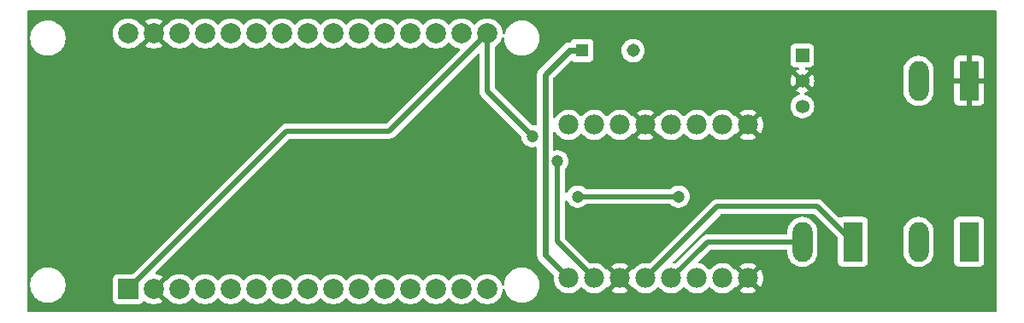
<source format=gbr>
%TF.GenerationSoftware,KiCad,Pcbnew,8.0.4*%
%TF.CreationDate,2025-01-30T16:24:52-05:00*%
%TF.ProjectId,plusle,706c7573-6c65-42e6-9b69-6361645f7063,rev?*%
%TF.SameCoordinates,Original*%
%TF.FileFunction,Copper,L2,Bot*%
%TF.FilePolarity,Positive*%
%FSLAX46Y46*%
G04 Gerber Fmt 4.6, Leading zero omitted, Abs format (unit mm)*
G04 Created by KiCad (PCBNEW 8.0.4) date 2025-01-30 16:24:52*
%MOMM*%
%LPD*%
G01*
G04 APERTURE LIST*
%TA.AperFunction,ComponentPad*%
%ADD10C,2.000000*%
%TD*%
%TA.AperFunction,ComponentPad*%
%ADD11R,2.000000X2.000000*%
%TD*%
%TA.AperFunction,ComponentPad*%
%ADD12C,1.980000*%
%TD*%
%TA.AperFunction,ComponentPad*%
%ADD13C,1.358000*%
%TD*%
%TA.AperFunction,ComponentPad*%
%ADD14R,1.358000X1.358000*%
%TD*%
%TA.AperFunction,ComponentPad*%
%ADD15R,1.308000X1.308000*%
%TD*%
%TA.AperFunction,ComponentPad*%
%ADD16C,1.308000*%
%TD*%
%TA.AperFunction,ComponentPad*%
%ADD17O,1.980000X3.960000*%
%TD*%
%TA.AperFunction,ComponentPad*%
%ADD18R,1.980000X3.960000*%
%TD*%
%TA.AperFunction,ViaPad*%
%ADD19C,1.200000*%
%TD*%
%TA.AperFunction,Conductor*%
%ADD20C,0.500000*%
%TD*%
%TA.AperFunction,Conductor*%
%ADD21C,0.600000*%
%TD*%
G04 APERTURE END LIST*
D10*
%TO.P,U1,30,VIN*%
%TO.N,+5V*%
X73485000Y-38300000D03*
%TO.P,U1,29,GND*%
%TO.N,GND*%
X76025000Y-38300000D03*
%TO.P,U1,28,D13*%
%TO.N,unconnected-(U1-D13-Pad28)*%
X78565000Y-38300000D03*
%TO.P,U1,27,D12*%
%TO.N,unconnected-(U1-D12-Pad27)*%
X81105000Y-38300000D03*
%TO.P,U1,26,D14*%
%TO.N,unconnected-(U1-D14-Pad26)*%
X83645000Y-38300000D03*
%TO.P,U1,25,D27*%
%TO.N,unconnected-(U1-D27-Pad25)*%
X86185000Y-38300000D03*
%TO.P,U1,24,D26*%
%TO.N,unconnected-(U1-D26-Pad24)*%
X88725000Y-38300000D03*
%TO.P,U1,23,D25*%
%TO.N,unconnected-(U1-D25-Pad23)*%
X91265000Y-38300000D03*
%TO.P,U1,22,D33*%
%TO.N,unconnected-(U1-D33-Pad22)*%
X93805000Y-38300000D03*
%TO.P,U1,21,D32*%
%TO.N,PWMA*%
X96345000Y-38300000D03*
%TO.P,U1,20,D35*%
%TO.N,AIn2*%
X98885000Y-38300000D03*
%TO.P,U1,19,D34*%
%TO.N,AIn1*%
X101425000Y-38300000D03*
%TO.P,U1,18,VN*%
%TO.N,unconnected-(U1-VN-Pad18)*%
X103965000Y-38300000D03*
%TO.P,U1,17,VP*%
%TO.N,unconnected-(U1-VP-Pad17)*%
X106505000Y-38300000D03*
%TO.P,U1,16,EN*%
%TO.N,+3.3V*%
X109045000Y-38300000D03*
%TO.P,U1,15,D23*%
%TO.N,unconnected-(U1-D23-Pad15)*%
X109045000Y-63700000D03*
%TO.P,U1,14,D22*%
%TO.N,unconnected-(U1-D22-Pad14)*%
X106505000Y-63700000D03*
%TO.P,U1,13,TX0*%
%TO.N,unconnected-(U1-TX0-Pad13)*%
X103965000Y-63700000D03*
%TO.P,U1,12,RX0*%
%TO.N,unconnected-(U1-RX0-Pad12)*%
X101425000Y-63700000D03*
%TO.P,U1,11,D21*%
%TO.N,PWMB*%
X98885000Y-63700000D03*
%TO.P,U1,10,D19*%
%TO.N,BIn2*%
X96345000Y-63700000D03*
%TO.P,U1,9,D18*%
%TO.N,BIn1*%
X93805000Y-63700000D03*
%TO.P,U1,8,D5*%
%TO.N,unconnected-(U1-D5-Pad8)*%
X91265000Y-63700000D03*
%TO.P,U1,7,TX2*%
%TO.N,unconnected-(U1-TX2-Pad7)*%
X88725000Y-63700000D03*
%TO.P,U1,6,RX2*%
%TO.N,unconnected-(U1-RX2-Pad6)*%
X86185000Y-63700000D03*
%TO.P,U1,5,D4*%
%TO.N,unconnected-(U1-D4-Pad5)*%
X83645000Y-63700000D03*
%TO.P,U1,4,D2*%
%TO.N,unconnected-(U1-D2-Pad4)*%
X81105000Y-63700000D03*
%TO.P,U1,3,D15*%
%TO.N,unconnected-(U1-D15-Pad3)*%
X78565000Y-63700000D03*
%TO.P,U1,2,GND*%
%TO.N,GND*%
X76025000Y-63700000D03*
D11*
%TO.P,U1,1,3V3*%
%TO.N,+3.3V*%
X73485000Y-63700000D03*
%TD*%
D12*
%TO.P,U2,16,PWMA*%
%TO.N,PWMA*%
X117110000Y-47380000D03*
%TO.P,U2,15,AI2*%
%TO.N,AIn2*%
X119650000Y-47380000D03*
%TO.P,U2,14,AI1*%
%TO.N,AIn1*%
X122190000Y-47380000D03*
%TO.P,U2,13,STBY*%
%TO.N,GND*%
X124730000Y-47380000D03*
%TO.P,U2,12,BI1*%
%TO.N,BIn1*%
X127270000Y-47380000D03*
%TO.P,U2,11,BI2*%
%TO.N,BIn2*%
X129810000Y-47380000D03*
%TO.P,U2,10,PWMB*%
%TO.N,PWMB*%
X132350000Y-47380000D03*
%TO.P,U2,9,GND*%
%TO.N,GND*%
X134890000Y-47380000D03*
%TO.P,U2,8,GND*%
X134890000Y-62620000D03*
%TO.P,U2,7,B01*%
%TO.N,Net-(J3-Pin_1)*%
X132350000Y-62620000D03*
%TO.P,U2,6,B02*%
%TO.N,Net-(J3-Pin_2)*%
X129810000Y-62620000D03*
%TO.P,U2,5,A02*%
%TO.N,Net-(J2-Pin_2)*%
X127270000Y-62620000D03*
%TO.P,U2,4,A01*%
%TO.N,Net-(J2-Pin_1)*%
X124730000Y-62620000D03*
%TO.P,U2,3,GND*%
%TO.N,GND*%
X122190000Y-62620000D03*
%TO.P,U2,2,VCC*%
%TO.N,+3.3V*%
X119650000Y-62620000D03*
%TO.P,U2,1,VM*%
%TO.N,+12V*%
X117110000Y-62620000D03*
%TD*%
D13*
%TO.P,PS1,3,+VOUT*%
%TO.N,+5V*%
X140250000Y-45540000D03*
%TO.P,PS1,2,GND*%
%TO.N,GND*%
X140250000Y-43000000D03*
D14*
%TO.P,PS1,1,+VIN*%
%TO.N,+12V*%
X140250000Y-40460000D03*
%TD*%
D15*
%TO.P,SW1,1,A*%
%TO.N,+12V*%
X118420000Y-40000000D03*
D16*
%TO.P,SW1,3,B*%
%TO.N,Net-(J1-Pin_2)*%
X123500000Y-40000000D03*
%TD*%
D17*
%TO.P,J3,2,Pin_2*%
%TO.N,Net-(J3-Pin_2)*%
X151765000Y-59000000D03*
D18*
%TO.P,J3,1,Pin_1*%
%TO.N,Net-(J3-Pin_1)*%
X156765000Y-59000000D03*
%TD*%
D17*
%TO.P,J2,2,Pin_2*%
%TO.N,Net-(J2-Pin_2)*%
X140265000Y-59000000D03*
D18*
%TO.P,J2,1,Pin_1*%
%TO.N,Net-(J2-Pin_1)*%
X145265000Y-59000000D03*
%TD*%
D17*
%TO.P,J1,2,Pin_2*%
%TO.N,Net-(J1-Pin_2)*%
X151765000Y-43000000D03*
D18*
%TO.P,J1,1,Pin_1*%
%TO.N,GND*%
X156765000Y-43000000D03*
%TD*%
D19*
%TO.N,+3.3V*%
X113500000Y-48500000D03*
X116000000Y-51000000D03*
%TO.N,+5V*%
X118000000Y-54500000D03*
X128000000Y-54500000D03*
%TD*%
D20*
%TO.N,Net-(J2-Pin_1)*%
X141765000Y-55500000D02*
X131850000Y-55500000D01*
X131850000Y-55500000D02*
X124730000Y-62620000D01*
X145265000Y-59000000D02*
X141765000Y-55500000D01*
%TO.N,Net-(J2-Pin_2)*%
X130890000Y-59000000D02*
X127270000Y-62620000D01*
X140265000Y-59000000D02*
X130890000Y-59000000D01*
%TO.N,+3.3V*%
X89185000Y-48000000D02*
X99345000Y-48000000D01*
X99345000Y-48000000D02*
X109045000Y-38300000D01*
X73485000Y-63700000D02*
X89185000Y-48000000D01*
%TO.N,+5V*%
X128000000Y-54500000D02*
X118000000Y-54500000D01*
%TO.N,+3.3V*%
X109045000Y-44045000D02*
X109045000Y-38300000D01*
X113500000Y-48500000D02*
X109045000Y-44045000D01*
X116000000Y-58970000D02*
X116000000Y-51000000D01*
X119650000Y-62620000D02*
X116000000Y-58970000D01*
D21*
%TO.N,+12V*%
X114775000Y-60285000D02*
X117110000Y-62620000D01*
X117166000Y-40000000D02*
X114775000Y-42391000D01*
X118420000Y-40000000D02*
X117166000Y-40000000D01*
X114775000Y-42391000D02*
X114775000Y-60285000D01*
%TD*%
%TA.AperFunction,Conductor*%
%TO.N,GND*%
G36*
X159442539Y-36020185D02*
G01*
X159488294Y-36072989D01*
X159499500Y-36124500D01*
X159499500Y-65875500D01*
X159479815Y-65942539D01*
X159427011Y-65988294D01*
X159375500Y-65999500D01*
X63624500Y-65999500D01*
X63557461Y-65979815D01*
X63511706Y-65927011D01*
X63500500Y-65875500D01*
X63500500Y-63165258D01*
X63774500Y-63165258D01*
X63774500Y-63394741D01*
X63793045Y-63535594D01*
X63804452Y-63622238D01*
X63843279Y-63767143D01*
X63863842Y-63843887D01*
X63951650Y-64055876D01*
X63951657Y-64055890D01*
X64066392Y-64254617D01*
X64206081Y-64436661D01*
X64206089Y-64436670D01*
X64368330Y-64598911D01*
X64368338Y-64598918D01*
X64368339Y-64598919D01*
X64402044Y-64624782D01*
X64550382Y-64738607D01*
X64550385Y-64738608D01*
X64550388Y-64738611D01*
X64749112Y-64853344D01*
X64749117Y-64853346D01*
X64749123Y-64853349D01*
X64787727Y-64869339D01*
X64961113Y-64941158D01*
X65182762Y-65000548D01*
X65410266Y-65030500D01*
X65410273Y-65030500D01*
X65639727Y-65030500D01*
X65639734Y-65030500D01*
X65867238Y-65000548D01*
X66088887Y-64941158D01*
X66300888Y-64853344D01*
X66499612Y-64738611D01*
X66681661Y-64598919D01*
X66681665Y-64598914D01*
X66681670Y-64598911D01*
X66843911Y-64436670D01*
X66843914Y-64436665D01*
X66843919Y-64436661D01*
X66983611Y-64254612D01*
X67098344Y-64055888D01*
X67186158Y-63843887D01*
X67245548Y-63622238D01*
X67275500Y-63394734D01*
X67275500Y-63165266D01*
X67245548Y-62937762D01*
X67186158Y-62716113D01*
X67098344Y-62504112D01*
X66983611Y-62305388D01*
X66983608Y-62305385D01*
X66983607Y-62305382D01*
X66843918Y-62123338D01*
X66843911Y-62123330D01*
X66681670Y-61961089D01*
X66681661Y-61961081D01*
X66499617Y-61821392D01*
X66300890Y-61706657D01*
X66300876Y-61706650D01*
X66088887Y-61618842D01*
X65867238Y-61559452D01*
X65829215Y-61554446D01*
X65639741Y-61529500D01*
X65639734Y-61529500D01*
X65410266Y-61529500D01*
X65410258Y-61529500D01*
X65193715Y-61558009D01*
X65182762Y-61559452D01*
X65089076Y-61584554D01*
X64961112Y-61618842D01*
X64749123Y-61706650D01*
X64749109Y-61706657D01*
X64550382Y-61821392D01*
X64368338Y-61961081D01*
X64206081Y-62123338D01*
X64066392Y-62305382D01*
X63951657Y-62504109D01*
X63951650Y-62504123D01*
X63863842Y-62716112D01*
X63804453Y-62937759D01*
X63804451Y-62937770D01*
X63774500Y-63165258D01*
X63500500Y-63165258D01*
X63500500Y-38655258D01*
X63774500Y-38655258D01*
X63774500Y-38884741D01*
X63799446Y-39074215D01*
X63804452Y-39112238D01*
X63852245Y-39290606D01*
X63863842Y-39333887D01*
X63951650Y-39545876D01*
X63951657Y-39545890D01*
X64066392Y-39744617D01*
X64206081Y-39926661D01*
X64206089Y-39926670D01*
X64368330Y-40088911D01*
X64368338Y-40088918D01*
X64550382Y-40228607D01*
X64550385Y-40228608D01*
X64550388Y-40228611D01*
X64749112Y-40343344D01*
X64749117Y-40343346D01*
X64749123Y-40343349D01*
X64840480Y-40381190D01*
X64961113Y-40431158D01*
X65182762Y-40490548D01*
X65410266Y-40520500D01*
X65410273Y-40520500D01*
X65639727Y-40520500D01*
X65639734Y-40520500D01*
X65867238Y-40490548D01*
X66088887Y-40431158D01*
X66300888Y-40343344D01*
X66499612Y-40228611D01*
X66681661Y-40088919D01*
X66681665Y-40088914D01*
X66681670Y-40088911D01*
X66843911Y-39926670D01*
X66843914Y-39926665D01*
X66843919Y-39926661D01*
X66983611Y-39744612D01*
X67098344Y-39545888D01*
X67186158Y-39333887D01*
X67245548Y-39112238D01*
X67275500Y-38884734D01*
X67275500Y-38655266D01*
X67275274Y-38653553D01*
X67269955Y-38613147D01*
X67245548Y-38427762D01*
X67211313Y-38299994D01*
X71979357Y-38299994D01*
X71979357Y-38300005D01*
X71999890Y-38547812D01*
X71999892Y-38547824D01*
X72060936Y-38788881D01*
X72160826Y-39016606D01*
X72296833Y-39224782D01*
X72296836Y-39224785D01*
X72465256Y-39407738D01*
X72661491Y-39560474D01*
X72699712Y-39581158D01*
X72879332Y-39678364D01*
X72880190Y-39678828D01*
X73038381Y-39733135D01*
X73113964Y-39759083D01*
X73115386Y-39759571D01*
X73360665Y-39800500D01*
X73609335Y-39800500D01*
X73854614Y-39759571D01*
X74089810Y-39678828D01*
X74308509Y-39560474D01*
X74504744Y-39407738D01*
X74673164Y-39224785D01*
X74673533Y-39224219D01*
X74673745Y-39224038D01*
X74676322Y-39220729D01*
X74677002Y-39221258D01*
X74726676Y-39178860D01*
X74790138Y-39168697D01*
X74801564Y-39169882D01*
X75533871Y-38437575D01*
X75549755Y-38496853D01*
X75616898Y-38613147D01*
X75711853Y-38708102D01*
X75828147Y-38775245D01*
X75887424Y-38791128D01*
X75154942Y-39523609D01*
X75201768Y-39560055D01*
X75201770Y-39560056D01*
X75420385Y-39678364D01*
X75420396Y-39678369D01*
X75655506Y-39759083D01*
X75900707Y-39800000D01*
X76149293Y-39800000D01*
X76394493Y-39759083D01*
X76629603Y-39678369D01*
X76629614Y-39678364D01*
X76848228Y-39560057D01*
X76848231Y-39560055D01*
X76895056Y-39523609D01*
X76162575Y-38791128D01*
X76221853Y-38775245D01*
X76338147Y-38708102D01*
X76433102Y-38613147D01*
X76500245Y-38496853D01*
X76516128Y-38437575D01*
X77248434Y-39169882D01*
X77259861Y-39168697D01*
X77328573Y-39181360D01*
X77373092Y-39221194D01*
X77373683Y-39220735D01*
X77376218Y-39223992D01*
X77376456Y-39224205D01*
X77376831Y-39224780D01*
X77376836Y-39224785D01*
X77545256Y-39407738D01*
X77741491Y-39560474D01*
X77779712Y-39581158D01*
X77959332Y-39678364D01*
X77960190Y-39678828D01*
X78118381Y-39733135D01*
X78193964Y-39759083D01*
X78195386Y-39759571D01*
X78440665Y-39800500D01*
X78689335Y-39800500D01*
X78934614Y-39759571D01*
X79169810Y-39678828D01*
X79388509Y-39560474D01*
X79584744Y-39407738D01*
X79743771Y-39234988D01*
X79803657Y-39198999D01*
X79873495Y-39201099D01*
X79926228Y-39234988D01*
X80085256Y-39407738D01*
X80281491Y-39560474D01*
X80319712Y-39581158D01*
X80499332Y-39678364D01*
X80500190Y-39678828D01*
X80658381Y-39733135D01*
X80733964Y-39759083D01*
X80735386Y-39759571D01*
X80980665Y-39800500D01*
X81229335Y-39800500D01*
X81474614Y-39759571D01*
X81709810Y-39678828D01*
X81928509Y-39560474D01*
X82124744Y-39407738D01*
X82283771Y-39234988D01*
X82343657Y-39198999D01*
X82413495Y-39201099D01*
X82466228Y-39234988D01*
X82625256Y-39407738D01*
X82821491Y-39560474D01*
X82859712Y-39581158D01*
X83039332Y-39678364D01*
X83040190Y-39678828D01*
X83198381Y-39733135D01*
X83273964Y-39759083D01*
X83275386Y-39759571D01*
X83520665Y-39800500D01*
X83769335Y-39800500D01*
X84014614Y-39759571D01*
X84249810Y-39678828D01*
X84468509Y-39560474D01*
X84664744Y-39407738D01*
X84823771Y-39234988D01*
X84883657Y-39198999D01*
X84953495Y-39201099D01*
X85006228Y-39234988D01*
X85165256Y-39407738D01*
X85361491Y-39560474D01*
X85399712Y-39581158D01*
X85579332Y-39678364D01*
X85580190Y-39678828D01*
X85738381Y-39733135D01*
X85813964Y-39759083D01*
X85815386Y-39759571D01*
X86060665Y-39800500D01*
X86309335Y-39800500D01*
X86554614Y-39759571D01*
X86789810Y-39678828D01*
X87008509Y-39560474D01*
X87204744Y-39407738D01*
X87363771Y-39234988D01*
X87423657Y-39198999D01*
X87493495Y-39201099D01*
X87546228Y-39234988D01*
X87705256Y-39407738D01*
X87901491Y-39560474D01*
X87939712Y-39581158D01*
X88119332Y-39678364D01*
X88120190Y-39678828D01*
X88278381Y-39733135D01*
X88353964Y-39759083D01*
X88355386Y-39759571D01*
X88600665Y-39800500D01*
X88849335Y-39800500D01*
X89094614Y-39759571D01*
X89329810Y-39678828D01*
X89548509Y-39560474D01*
X89744744Y-39407738D01*
X89903771Y-39234988D01*
X89963657Y-39198999D01*
X90033495Y-39201099D01*
X90086228Y-39234988D01*
X90245256Y-39407738D01*
X90441491Y-39560474D01*
X90479712Y-39581158D01*
X90659332Y-39678364D01*
X90660190Y-39678828D01*
X90818381Y-39733135D01*
X90893964Y-39759083D01*
X90895386Y-39759571D01*
X91140665Y-39800500D01*
X91389335Y-39800500D01*
X91634614Y-39759571D01*
X91869810Y-39678828D01*
X92088509Y-39560474D01*
X92284744Y-39407738D01*
X92443771Y-39234988D01*
X92503657Y-39198999D01*
X92573495Y-39201099D01*
X92626228Y-39234988D01*
X92785256Y-39407738D01*
X92981491Y-39560474D01*
X93019712Y-39581158D01*
X93199332Y-39678364D01*
X93200190Y-39678828D01*
X93358381Y-39733135D01*
X93433964Y-39759083D01*
X93435386Y-39759571D01*
X93680665Y-39800500D01*
X93929335Y-39800500D01*
X94174614Y-39759571D01*
X94409810Y-39678828D01*
X94628509Y-39560474D01*
X94824744Y-39407738D01*
X94983771Y-39234988D01*
X95043657Y-39198999D01*
X95113495Y-39201099D01*
X95166228Y-39234988D01*
X95325256Y-39407738D01*
X95521491Y-39560474D01*
X95559712Y-39581158D01*
X95739332Y-39678364D01*
X95740190Y-39678828D01*
X95898381Y-39733135D01*
X95973964Y-39759083D01*
X95975386Y-39759571D01*
X96220665Y-39800500D01*
X96469335Y-39800500D01*
X96714614Y-39759571D01*
X96949810Y-39678828D01*
X97168509Y-39560474D01*
X97364744Y-39407738D01*
X97523771Y-39234988D01*
X97583657Y-39198999D01*
X97653495Y-39201099D01*
X97706228Y-39234988D01*
X97865256Y-39407738D01*
X98061491Y-39560474D01*
X98099712Y-39581158D01*
X98279332Y-39678364D01*
X98280190Y-39678828D01*
X98438381Y-39733135D01*
X98513964Y-39759083D01*
X98515386Y-39759571D01*
X98760665Y-39800500D01*
X99009335Y-39800500D01*
X99254614Y-39759571D01*
X99489810Y-39678828D01*
X99708509Y-39560474D01*
X99904744Y-39407738D01*
X100063771Y-39234988D01*
X100123657Y-39198999D01*
X100193495Y-39201099D01*
X100246228Y-39234988D01*
X100405256Y-39407738D01*
X100601491Y-39560474D01*
X100639712Y-39581158D01*
X100819332Y-39678364D01*
X100820190Y-39678828D01*
X100978381Y-39733135D01*
X101053964Y-39759083D01*
X101055386Y-39759571D01*
X101300665Y-39800500D01*
X101549335Y-39800500D01*
X101794614Y-39759571D01*
X102029810Y-39678828D01*
X102248509Y-39560474D01*
X102444744Y-39407738D01*
X102603771Y-39234988D01*
X102663657Y-39198999D01*
X102733495Y-39201099D01*
X102786228Y-39234988D01*
X102945256Y-39407738D01*
X103141491Y-39560474D01*
X103179712Y-39581158D01*
X103359332Y-39678364D01*
X103360190Y-39678828D01*
X103518381Y-39733135D01*
X103593964Y-39759083D01*
X103595386Y-39759571D01*
X103840665Y-39800500D01*
X104089335Y-39800500D01*
X104334614Y-39759571D01*
X104569810Y-39678828D01*
X104788509Y-39560474D01*
X104984744Y-39407738D01*
X105143771Y-39234988D01*
X105203657Y-39198999D01*
X105273495Y-39201099D01*
X105326228Y-39234988D01*
X105485256Y-39407738D01*
X105681491Y-39560474D01*
X105719712Y-39581158D01*
X105899332Y-39678364D01*
X105900190Y-39678828D01*
X106135386Y-39759571D01*
X106230867Y-39775503D01*
X106293752Y-39805953D01*
X106330192Y-39865567D01*
X106328618Y-39935419D01*
X106298139Y-39985493D01*
X99070451Y-47213181D01*
X99009128Y-47246666D01*
X98982770Y-47249500D01*
X89111080Y-47249500D01*
X88966092Y-47278340D01*
X88966086Y-47278342D01*
X88829508Y-47334914D01*
X88829496Y-47334921D01*
X88780269Y-47367813D01*
X88706588Y-47417044D01*
X88706580Y-47417050D01*
X73960449Y-62163181D01*
X73899126Y-62196666D01*
X73872768Y-62199500D01*
X72437129Y-62199500D01*
X72437123Y-62199501D01*
X72377516Y-62205908D01*
X72242671Y-62256202D01*
X72242664Y-62256206D01*
X72127455Y-62342452D01*
X72127452Y-62342455D01*
X72041206Y-62457664D01*
X72041202Y-62457671D01*
X71990908Y-62592517D01*
X71984501Y-62652116D01*
X71984500Y-62652135D01*
X71984500Y-64747870D01*
X71984501Y-64747876D01*
X71990908Y-64807483D01*
X72041202Y-64942328D01*
X72041206Y-64942335D01*
X72127452Y-65057544D01*
X72127455Y-65057547D01*
X72242664Y-65143793D01*
X72242671Y-65143797D01*
X72377517Y-65194091D01*
X72377516Y-65194091D01*
X72384444Y-65194835D01*
X72437127Y-65200500D01*
X74532872Y-65200499D01*
X74592483Y-65194091D01*
X74727331Y-65143796D01*
X74842546Y-65057546D01*
X74928796Y-64942331D01*
X74928797Y-64942326D01*
X74933047Y-64934546D01*
X74936135Y-64936232D01*
X74967873Y-64893790D01*
X75033324Y-64869339D01*
X75101605Y-64884155D01*
X75118398Y-64895165D01*
X75201768Y-64960055D01*
X75201771Y-64960057D01*
X75420385Y-65078364D01*
X75420396Y-65078369D01*
X75655506Y-65159083D01*
X75900707Y-65200000D01*
X76149293Y-65200000D01*
X76394493Y-65159083D01*
X76629603Y-65078369D01*
X76629614Y-65078364D01*
X76848228Y-64960057D01*
X76848231Y-64960055D01*
X76895056Y-64923609D01*
X76162575Y-64191128D01*
X76221853Y-64175245D01*
X76338147Y-64108102D01*
X76433102Y-64013147D01*
X76500245Y-63896853D01*
X76516128Y-63837575D01*
X77248434Y-64569882D01*
X77259861Y-64568697D01*
X77328573Y-64581360D01*
X77373092Y-64621194D01*
X77373683Y-64620735D01*
X77376218Y-64623992D01*
X77376456Y-64624205D01*
X77376831Y-64624780D01*
X77376836Y-64624785D01*
X77545256Y-64807738D01*
X77741491Y-64960474D01*
X77741493Y-64960475D01*
X77959332Y-65078364D01*
X77960190Y-65078828D01*
X78149426Y-65143793D01*
X78193964Y-65159083D01*
X78195386Y-65159571D01*
X78440665Y-65200500D01*
X78689335Y-65200500D01*
X78934614Y-65159571D01*
X79169810Y-65078828D01*
X79388509Y-64960474D01*
X79584744Y-64807738D01*
X79743771Y-64634988D01*
X79803657Y-64598999D01*
X79873495Y-64601099D01*
X79926228Y-64634988D01*
X80085256Y-64807738D01*
X80281491Y-64960474D01*
X80281493Y-64960475D01*
X80499332Y-65078364D01*
X80500190Y-65078828D01*
X80689426Y-65143793D01*
X80733964Y-65159083D01*
X80735386Y-65159571D01*
X80980665Y-65200500D01*
X81229335Y-65200500D01*
X81474614Y-65159571D01*
X81709810Y-65078828D01*
X81928509Y-64960474D01*
X82124744Y-64807738D01*
X82283771Y-64634988D01*
X82343657Y-64598999D01*
X82413495Y-64601099D01*
X82466228Y-64634988D01*
X82625256Y-64807738D01*
X82821491Y-64960474D01*
X82821493Y-64960475D01*
X83039332Y-65078364D01*
X83040190Y-65078828D01*
X83229426Y-65143793D01*
X83273964Y-65159083D01*
X83275386Y-65159571D01*
X83520665Y-65200500D01*
X83769335Y-65200500D01*
X84014614Y-65159571D01*
X84249810Y-65078828D01*
X84468509Y-64960474D01*
X84664744Y-64807738D01*
X84823771Y-64634988D01*
X84883657Y-64598999D01*
X84953495Y-64601099D01*
X85006228Y-64634988D01*
X85165256Y-64807738D01*
X85361491Y-64960474D01*
X85361493Y-64960475D01*
X85579332Y-65078364D01*
X85580190Y-65078828D01*
X85769426Y-65143793D01*
X85813964Y-65159083D01*
X85815386Y-65159571D01*
X86060665Y-65200500D01*
X86309335Y-65200500D01*
X86554614Y-65159571D01*
X86789810Y-65078828D01*
X87008509Y-64960474D01*
X87204744Y-64807738D01*
X87363771Y-64634988D01*
X87423657Y-64598999D01*
X87493495Y-64601099D01*
X87546228Y-64634988D01*
X87705256Y-64807738D01*
X87901491Y-64960474D01*
X87901493Y-64960475D01*
X88119332Y-65078364D01*
X88120190Y-65078828D01*
X88309426Y-65143793D01*
X88353964Y-65159083D01*
X88355386Y-65159571D01*
X88600665Y-65200500D01*
X88849335Y-65200500D01*
X89094614Y-65159571D01*
X89329810Y-65078828D01*
X89548509Y-64960474D01*
X89744744Y-64807738D01*
X89903771Y-64634988D01*
X89963657Y-64598999D01*
X90033495Y-64601099D01*
X90086228Y-64634988D01*
X90245256Y-64807738D01*
X90441491Y-64960474D01*
X90441493Y-64960475D01*
X90659332Y-65078364D01*
X90660190Y-65078828D01*
X90849426Y-65143793D01*
X90893964Y-65159083D01*
X90895386Y-65159571D01*
X91140665Y-65200500D01*
X91389335Y-65200500D01*
X91634614Y-65159571D01*
X91869810Y-65078828D01*
X92088509Y-64960474D01*
X92284744Y-64807738D01*
X92443771Y-64634988D01*
X92503657Y-64598999D01*
X92573495Y-64601099D01*
X92626228Y-64634988D01*
X92785256Y-64807738D01*
X92981491Y-64960474D01*
X92981493Y-64960475D01*
X93199332Y-65078364D01*
X93200190Y-65078828D01*
X93389426Y-65143793D01*
X93433964Y-65159083D01*
X93435386Y-65159571D01*
X93680665Y-65200500D01*
X93929335Y-65200500D01*
X94174614Y-65159571D01*
X94409810Y-65078828D01*
X94628509Y-64960474D01*
X94824744Y-64807738D01*
X94983771Y-64634988D01*
X95043657Y-64598999D01*
X95113495Y-64601099D01*
X95166228Y-64634988D01*
X95325256Y-64807738D01*
X95521491Y-64960474D01*
X95521493Y-64960475D01*
X95739332Y-65078364D01*
X95740190Y-65078828D01*
X95929426Y-65143793D01*
X95973964Y-65159083D01*
X95975386Y-65159571D01*
X96220665Y-65200500D01*
X96469335Y-65200500D01*
X96714614Y-65159571D01*
X96949810Y-65078828D01*
X97168509Y-64960474D01*
X97364744Y-64807738D01*
X97523771Y-64634988D01*
X97583657Y-64598999D01*
X97653495Y-64601099D01*
X97706228Y-64634988D01*
X97865256Y-64807738D01*
X98061491Y-64960474D01*
X98061493Y-64960475D01*
X98279332Y-65078364D01*
X98280190Y-65078828D01*
X98469426Y-65143793D01*
X98513964Y-65159083D01*
X98515386Y-65159571D01*
X98760665Y-65200500D01*
X99009335Y-65200500D01*
X99254614Y-65159571D01*
X99489810Y-65078828D01*
X99708509Y-64960474D01*
X99904744Y-64807738D01*
X100063771Y-64634988D01*
X100123657Y-64598999D01*
X100193495Y-64601099D01*
X100246228Y-64634988D01*
X100405256Y-64807738D01*
X100601491Y-64960474D01*
X100601493Y-64960475D01*
X100819332Y-65078364D01*
X100820190Y-65078828D01*
X101009426Y-65143793D01*
X101053964Y-65159083D01*
X101055386Y-65159571D01*
X101300665Y-65200500D01*
X101549335Y-65200500D01*
X101794614Y-65159571D01*
X102029810Y-65078828D01*
X102248509Y-64960474D01*
X102444744Y-64807738D01*
X102603771Y-64634988D01*
X102663657Y-64598999D01*
X102733495Y-64601099D01*
X102786228Y-64634988D01*
X102945256Y-64807738D01*
X103141491Y-64960474D01*
X103141493Y-64960475D01*
X103359332Y-65078364D01*
X103360190Y-65078828D01*
X103549426Y-65143793D01*
X103593964Y-65159083D01*
X103595386Y-65159571D01*
X103840665Y-65200500D01*
X104089335Y-65200500D01*
X104334614Y-65159571D01*
X104569810Y-65078828D01*
X104788509Y-64960474D01*
X104984744Y-64807738D01*
X105143771Y-64634988D01*
X105203657Y-64598999D01*
X105273495Y-64601099D01*
X105326228Y-64634988D01*
X105485256Y-64807738D01*
X105681491Y-64960474D01*
X105681493Y-64960475D01*
X105899332Y-65078364D01*
X105900190Y-65078828D01*
X106089426Y-65143793D01*
X106133964Y-65159083D01*
X106135386Y-65159571D01*
X106380665Y-65200500D01*
X106629335Y-65200500D01*
X106874614Y-65159571D01*
X107109810Y-65078828D01*
X107328509Y-64960474D01*
X107524744Y-64807738D01*
X107683771Y-64634988D01*
X107743657Y-64598999D01*
X107813495Y-64601099D01*
X107866228Y-64634988D01*
X108025256Y-64807738D01*
X108221491Y-64960474D01*
X108221493Y-64960475D01*
X108439332Y-65078364D01*
X108440190Y-65078828D01*
X108629426Y-65143793D01*
X108673964Y-65159083D01*
X108675386Y-65159571D01*
X108920665Y-65200500D01*
X109169335Y-65200500D01*
X109414614Y-65159571D01*
X109649810Y-65078828D01*
X109868509Y-64960474D01*
X110064744Y-64807738D01*
X110233164Y-64624785D01*
X110369173Y-64416607D01*
X110469063Y-64188881D01*
X110530108Y-63947821D01*
X110530109Y-63947812D01*
X110544842Y-63770013D01*
X110569995Y-63704828D01*
X110626397Y-63663590D01*
X110696140Y-63659392D01*
X110757082Y-63693566D01*
X110788191Y-63748157D01*
X110793279Y-63767143D01*
X110813842Y-63843887D01*
X110901650Y-64055876D01*
X110901657Y-64055890D01*
X111016392Y-64254617D01*
X111156081Y-64436661D01*
X111156089Y-64436670D01*
X111318330Y-64598911D01*
X111318338Y-64598918D01*
X111318339Y-64598919D01*
X111352044Y-64624782D01*
X111500382Y-64738607D01*
X111500385Y-64738608D01*
X111500388Y-64738611D01*
X111699112Y-64853344D01*
X111699117Y-64853346D01*
X111699123Y-64853349D01*
X111737727Y-64869339D01*
X111911113Y-64941158D01*
X112132762Y-65000548D01*
X112360266Y-65030500D01*
X112360273Y-65030500D01*
X112589727Y-65030500D01*
X112589734Y-65030500D01*
X112817238Y-65000548D01*
X113038887Y-64941158D01*
X113250888Y-64853344D01*
X113449612Y-64738611D01*
X113631661Y-64598919D01*
X113631665Y-64598914D01*
X113631670Y-64598911D01*
X113793911Y-64436670D01*
X113793914Y-64436665D01*
X113793919Y-64436661D01*
X113933611Y-64254612D01*
X114048344Y-64055888D01*
X114136158Y-63843887D01*
X114195548Y-63622238D01*
X114225500Y-63394734D01*
X114225500Y-63165266D01*
X114195548Y-62937762D01*
X114136158Y-62716113D01*
X114048344Y-62504112D01*
X113933611Y-62305388D01*
X113933608Y-62305385D01*
X113933607Y-62305382D01*
X113793918Y-62123338D01*
X113793911Y-62123330D01*
X113631670Y-61961089D01*
X113631661Y-61961081D01*
X113449617Y-61821392D01*
X113250890Y-61706657D01*
X113250876Y-61706650D01*
X113038887Y-61618842D01*
X112817238Y-61559452D01*
X112779215Y-61554446D01*
X112589741Y-61529500D01*
X112589734Y-61529500D01*
X112360266Y-61529500D01*
X112360258Y-61529500D01*
X112143715Y-61558009D01*
X112132762Y-61559452D01*
X112039076Y-61584554D01*
X111911112Y-61618842D01*
X111699123Y-61706650D01*
X111699109Y-61706657D01*
X111500382Y-61821392D01*
X111318338Y-61961081D01*
X111156081Y-62123338D01*
X111016392Y-62305382D01*
X110901657Y-62504109D01*
X110901650Y-62504123D01*
X110813842Y-62716112D01*
X110754453Y-62937759D01*
X110754451Y-62937770D01*
X110724500Y-63165258D01*
X110724500Y-63225028D01*
X110704815Y-63292067D01*
X110652011Y-63337822D01*
X110582853Y-63347766D01*
X110519297Y-63318741D01*
X110481523Y-63259963D01*
X110480294Y-63255469D01*
X110469062Y-63211117D01*
X110369173Y-62983393D01*
X110233166Y-62775217D01*
X110150119Y-62685004D01*
X110064744Y-62592262D01*
X109868509Y-62439526D01*
X109868507Y-62439525D01*
X109868506Y-62439524D01*
X109649811Y-62321172D01*
X109649802Y-62321169D01*
X109414616Y-62240429D01*
X109169335Y-62199500D01*
X108920665Y-62199500D01*
X108675383Y-62240429D01*
X108440197Y-62321169D01*
X108440188Y-62321172D01*
X108221493Y-62439524D01*
X108025257Y-62592261D01*
X107866230Y-62765010D01*
X107806342Y-62801001D01*
X107736504Y-62798900D01*
X107683770Y-62765010D01*
X107610119Y-62685004D01*
X107524744Y-62592262D01*
X107328509Y-62439526D01*
X107328507Y-62439525D01*
X107328506Y-62439524D01*
X107109811Y-62321172D01*
X107109802Y-62321169D01*
X106874616Y-62240429D01*
X106629335Y-62199500D01*
X106380665Y-62199500D01*
X106135383Y-62240429D01*
X105900197Y-62321169D01*
X105900188Y-62321172D01*
X105681493Y-62439524D01*
X105485257Y-62592261D01*
X105326230Y-62765010D01*
X105266342Y-62801001D01*
X105196504Y-62798900D01*
X105143770Y-62765010D01*
X105070119Y-62685004D01*
X104984744Y-62592262D01*
X104788509Y-62439526D01*
X104788507Y-62439525D01*
X104788506Y-62439524D01*
X104569811Y-62321172D01*
X104569802Y-62321169D01*
X104334616Y-62240429D01*
X104089335Y-62199500D01*
X103840665Y-62199500D01*
X103595383Y-62240429D01*
X103360197Y-62321169D01*
X103360188Y-62321172D01*
X103141493Y-62439524D01*
X102945257Y-62592261D01*
X102786230Y-62765010D01*
X102726342Y-62801001D01*
X102656504Y-62798900D01*
X102603770Y-62765010D01*
X102530119Y-62685004D01*
X102444744Y-62592262D01*
X102248509Y-62439526D01*
X102248507Y-62439525D01*
X102248506Y-62439524D01*
X102029811Y-62321172D01*
X102029802Y-62321169D01*
X101794616Y-62240429D01*
X101549335Y-62199500D01*
X101300665Y-62199500D01*
X101055383Y-62240429D01*
X100820197Y-62321169D01*
X100820188Y-62321172D01*
X100601493Y-62439524D01*
X100405257Y-62592261D01*
X100246230Y-62765010D01*
X100186342Y-62801001D01*
X100116504Y-62798900D01*
X100063770Y-62765010D01*
X99990119Y-62685004D01*
X99904744Y-62592262D01*
X99708509Y-62439526D01*
X99708507Y-62439525D01*
X99708506Y-62439524D01*
X99489811Y-62321172D01*
X99489802Y-62321169D01*
X99254616Y-62240429D01*
X99009335Y-62199500D01*
X98760665Y-62199500D01*
X98515383Y-62240429D01*
X98280197Y-62321169D01*
X98280188Y-62321172D01*
X98061493Y-62439524D01*
X97865257Y-62592261D01*
X97706230Y-62765010D01*
X97646342Y-62801001D01*
X97576504Y-62798900D01*
X97523770Y-62765010D01*
X97450119Y-62685004D01*
X97364744Y-62592262D01*
X97168509Y-62439526D01*
X97168507Y-62439525D01*
X97168506Y-62439524D01*
X96949811Y-62321172D01*
X96949802Y-62321169D01*
X96714616Y-62240429D01*
X96469335Y-62199500D01*
X96220665Y-62199500D01*
X95975383Y-62240429D01*
X95740197Y-62321169D01*
X95740188Y-62321172D01*
X95521493Y-62439524D01*
X95325257Y-62592261D01*
X95166230Y-62765010D01*
X95106342Y-62801001D01*
X95036504Y-62798900D01*
X94983770Y-62765010D01*
X94910119Y-62685004D01*
X94824744Y-62592262D01*
X94628509Y-62439526D01*
X94628507Y-62439525D01*
X94628506Y-62439524D01*
X94409811Y-62321172D01*
X94409802Y-62321169D01*
X94174616Y-62240429D01*
X93929335Y-62199500D01*
X93680665Y-62199500D01*
X93435383Y-62240429D01*
X93200197Y-62321169D01*
X93200188Y-62321172D01*
X92981493Y-62439524D01*
X92785257Y-62592261D01*
X92626230Y-62765010D01*
X92566342Y-62801001D01*
X92496504Y-62798900D01*
X92443770Y-62765010D01*
X92370119Y-62685004D01*
X92284744Y-62592262D01*
X92088509Y-62439526D01*
X92088507Y-62439525D01*
X92088506Y-62439524D01*
X91869811Y-62321172D01*
X91869802Y-62321169D01*
X91634616Y-62240429D01*
X91389335Y-62199500D01*
X91140665Y-62199500D01*
X90895383Y-62240429D01*
X90660197Y-62321169D01*
X90660188Y-62321172D01*
X90441493Y-62439524D01*
X90245257Y-62592261D01*
X90086230Y-62765010D01*
X90026342Y-62801001D01*
X89956504Y-62798900D01*
X89903770Y-62765010D01*
X89830119Y-62685004D01*
X89744744Y-62592262D01*
X89548509Y-62439526D01*
X89548507Y-62439525D01*
X89548506Y-62439524D01*
X89329811Y-62321172D01*
X89329802Y-62321169D01*
X89094616Y-62240429D01*
X88849335Y-62199500D01*
X88600665Y-62199500D01*
X88355383Y-62240429D01*
X88120197Y-62321169D01*
X88120188Y-62321172D01*
X87901493Y-62439524D01*
X87705257Y-62592261D01*
X87546230Y-62765010D01*
X87486342Y-62801001D01*
X87416504Y-62798900D01*
X87363770Y-62765010D01*
X87290119Y-62685004D01*
X87204744Y-62592262D01*
X87008509Y-62439526D01*
X87008507Y-62439525D01*
X87008506Y-62439524D01*
X86789811Y-62321172D01*
X86789802Y-62321169D01*
X86554616Y-62240429D01*
X86309335Y-62199500D01*
X86060665Y-62199500D01*
X85815383Y-62240429D01*
X85580197Y-62321169D01*
X85580188Y-62321172D01*
X85361493Y-62439524D01*
X85165257Y-62592261D01*
X85006230Y-62765010D01*
X84946342Y-62801001D01*
X84876504Y-62798900D01*
X84823770Y-62765010D01*
X84750119Y-62685004D01*
X84664744Y-62592262D01*
X84468509Y-62439526D01*
X84468507Y-62439525D01*
X84468506Y-62439524D01*
X84249811Y-62321172D01*
X84249802Y-62321169D01*
X84014616Y-62240429D01*
X83769335Y-62199500D01*
X83520665Y-62199500D01*
X83275383Y-62240429D01*
X83040197Y-62321169D01*
X83040188Y-62321172D01*
X82821493Y-62439524D01*
X82625257Y-62592261D01*
X82466230Y-62765010D01*
X82406342Y-62801001D01*
X82336504Y-62798900D01*
X82283770Y-62765010D01*
X82210119Y-62685004D01*
X82124744Y-62592262D01*
X81928509Y-62439526D01*
X81928507Y-62439525D01*
X81928506Y-62439524D01*
X81709811Y-62321172D01*
X81709802Y-62321169D01*
X81474616Y-62240429D01*
X81229335Y-62199500D01*
X80980665Y-62199500D01*
X80735383Y-62240429D01*
X80500197Y-62321169D01*
X80500188Y-62321172D01*
X80281493Y-62439524D01*
X80085257Y-62592261D01*
X79926230Y-62765010D01*
X79866342Y-62801001D01*
X79796504Y-62798900D01*
X79743770Y-62765010D01*
X79670119Y-62685004D01*
X79584744Y-62592262D01*
X79388509Y-62439526D01*
X79388507Y-62439525D01*
X79388506Y-62439524D01*
X79169811Y-62321172D01*
X79169802Y-62321169D01*
X78934616Y-62240429D01*
X78689335Y-62199500D01*
X78440665Y-62199500D01*
X78195383Y-62240429D01*
X77960197Y-62321169D01*
X77960188Y-62321172D01*
X77741493Y-62439524D01*
X77545257Y-62592261D01*
X77376837Y-62775213D01*
X77376829Y-62775224D01*
X77376455Y-62775797D01*
X77376242Y-62775978D01*
X77373690Y-62779258D01*
X77373014Y-62778732D01*
X77323304Y-62821147D01*
X77259865Y-62831302D01*
X77248434Y-62830116D01*
X76516127Y-63562423D01*
X76500245Y-63503147D01*
X76433102Y-63386853D01*
X76338147Y-63291898D01*
X76221853Y-63224755D01*
X76162574Y-63208871D01*
X76895057Y-62476389D01*
X76848229Y-62439943D01*
X76629614Y-62321635D01*
X76629603Y-62321630D01*
X76394492Y-62240916D01*
X76298697Y-62224931D01*
X76235811Y-62194481D01*
X76199372Y-62134866D01*
X76200947Y-62065014D01*
X76231423Y-62014943D01*
X89459549Y-48786819D01*
X89520872Y-48753334D01*
X89547230Y-48750500D01*
X99418920Y-48750500D01*
X99516462Y-48731096D01*
X99563913Y-48721658D01*
X99700495Y-48665084D01*
X99749900Y-48632073D01*
X99823416Y-48582952D01*
X108082819Y-40323547D01*
X108144142Y-40290063D01*
X108213834Y-40295047D01*
X108269767Y-40336919D01*
X108294184Y-40402383D01*
X108294500Y-40411229D01*
X108294500Y-44118918D01*
X108294500Y-44118920D01*
X108294499Y-44118920D01*
X108323340Y-44263907D01*
X108323343Y-44263917D01*
X108379914Y-44400492D01*
X108412812Y-44449727D01*
X108412813Y-44449730D01*
X108462046Y-44523414D01*
X108462052Y-44523421D01*
X112358647Y-48420014D01*
X112392132Y-48481337D01*
X112394437Y-48496253D01*
X112407023Y-48632071D01*
X112413603Y-48703083D01*
X112427901Y-48753334D01*
X112469417Y-48899247D01*
X112469422Y-48899260D01*
X112560327Y-49081821D01*
X112683237Y-49244581D01*
X112833958Y-49381980D01*
X112833960Y-49381982D01*
X112933141Y-49443392D01*
X113007363Y-49489348D01*
X113197544Y-49563024D01*
X113398024Y-49600500D01*
X113398026Y-49600500D01*
X113601974Y-49600500D01*
X113601976Y-49600500D01*
X113802456Y-49563024D01*
X113805698Y-49561767D01*
X113807368Y-49561627D01*
X113807977Y-49561454D01*
X113808010Y-49561572D01*
X113875318Y-49555900D01*
X113937062Y-49588604D01*
X113971322Y-49649497D01*
X113974500Y-49677391D01*
X113974500Y-60363846D01*
X114005261Y-60518489D01*
X114005264Y-60518501D01*
X114065602Y-60664172D01*
X114065609Y-60664185D01*
X114153210Y-60795288D01*
X114153213Y-60795292D01*
X115604561Y-62246640D01*
X115638046Y-62307963D01*
X115637088Y-62364752D01*
X115634790Y-62373826D01*
X115634788Y-62373837D01*
X115614392Y-62619994D01*
X115614392Y-62620005D01*
X115634789Y-62866165D01*
X115695428Y-63105623D01*
X115761156Y-63255469D01*
X115794652Y-63331831D01*
X115877513Y-63458659D01*
X115927770Y-63535584D01*
X115929755Y-63538621D01*
X116097052Y-63720355D01*
X116097055Y-63720357D01*
X116097058Y-63720360D01*
X116291971Y-63872067D01*
X116291977Y-63872071D01*
X116291980Y-63872073D01*
X116431950Y-63947821D01*
X116508376Y-63989181D01*
X116509221Y-63989638D01*
X116630536Y-64031285D01*
X116742846Y-64069842D01*
X116742848Y-64069842D01*
X116742850Y-64069843D01*
X116986494Y-64110500D01*
X116986495Y-64110500D01*
X117233505Y-64110500D01*
X117233506Y-64110500D01*
X117477150Y-64069843D01*
X117710779Y-63989638D01*
X117928020Y-63872073D01*
X117928559Y-63871654D01*
X118059147Y-63770013D01*
X118122948Y-63720355D01*
X118288772Y-63540220D01*
X118348657Y-63504232D01*
X118418495Y-63506332D01*
X118471227Y-63540220D01*
X118637052Y-63720355D01*
X118637055Y-63720357D01*
X118637058Y-63720360D01*
X118831971Y-63872067D01*
X118831977Y-63872071D01*
X118831980Y-63872073D01*
X118971950Y-63947821D01*
X119048376Y-63989181D01*
X119049221Y-63989638D01*
X119170536Y-64031285D01*
X119282846Y-64069842D01*
X119282848Y-64069842D01*
X119282850Y-64069843D01*
X119526494Y-64110500D01*
X119526495Y-64110500D01*
X119773505Y-64110500D01*
X119773506Y-64110500D01*
X120017150Y-64069843D01*
X120250779Y-63989638D01*
X120468020Y-63872073D01*
X120468559Y-63871654D01*
X120599147Y-63770013D01*
X120662948Y-63720355D01*
X120830245Y-63538621D01*
X120832223Y-63535592D01*
X120833352Y-63534628D01*
X120833397Y-63534572D01*
X120833408Y-63534581D01*
X120885365Y-63490232D01*
X120948830Y-63480068D01*
X120973790Y-63482656D01*
X121581304Y-62875141D01*
X121605116Y-62932627D01*
X121677345Y-63040725D01*
X121769275Y-63132655D01*
X121877373Y-63204884D01*
X121934857Y-63228694D01*
X121327068Y-63836483D01*
X121372256Y-63871653D01*
X121589421Y-63989178D01*
X121589429Y-63989181D01*
X121822970Y-64069356D01*
X122066535Y-64110000D01*
X122313465Y-64110000D01*
X122557029Y-64069356D01*
X122790570Y-63989181D01*
X122790578Y-63989178D01*
X123007743Y-63871654D01*
X123052930Y-63836483D01*
X122445142Y-63228695D01*
X122502627Y-63204884D01*
X122610725Y-63132655D01*
X122702655Y-63040725D01*
X122774884Y-62932627D01*
X122798694Y-62875142D01*
X123406208Y-63482656D01*
X123431170Y-63480068D01*
X123499883Y-63492731D01*
X123547770Y-63535583D01*
X123549755Y-63538621D01*
X123717052Y-63720355D01*
X123717055Y-63720357D01*
X123717058Y-63720360D01*
X123911971Y-63872067D01*
X123911977Y-63872071D01*
X123911980Y-63872073D01*
X124051950Y-63947821D01*
X124128376Y-63989181D01*
X124129221Y-63989638D01*
X124250536Y-64031285D01*
X124362846Y-64069842D01*
X124362848Y-64069842D01*
X124362850Y-64069843D01*
X124606494Y-64110500D01*
X124606495Y-64110500D01*
X124853505Y-64110500D01*
X124853506Y-64110500D01*
X125097150Y-64069843D01*
X125330779Y-63989638D01*
X125548020Y-63872073D01*
X125548559Y-63871654D01*
X125679147Y-63770013D01*
X125742948Y-63720355D01*
X125908772Y-63540220D01*
X125968657Y-63504232D01*
X126038495Y-63506332D01*
X126091227Y-63540220D01*
X126257052Y-63720355D01*
X126257055Y-63720357D01*
X126257058Y-63720360D01*
X126451971Y-63872067D01*
X126451977Y-63872071D01*
X126451980Y-63872073D01*
X126591950Y-63947821D01*
X126668376Y-63989181D01*
X126669221Y-63989638D01*
X126790536Y-64031285D01*
X126902846Y-64069842D01*
X126902848Y-64069842D01*
X126902850Y-64069843D01*
X127146494Y-64110500D01*
X127146495Y-64110500D01*
X127393505Y-64110500D01*
X127393506Y-64110500D01*
X127637150Y-64069843D01*
X127870779Y-63989638D01*
X128088020Y-63872073D01*
X128088559Y-63871654D01*
X128219147Y-63770013D01*
X128282948Y-63720355D01*
X128448772Y-63540220D01*
X128508657Y-63504232D01*
X128578495Y-63506332D01*
X128631227Y-63540220D01*
X128797052Y-63720355D01*
X128797055Y-63720357D01*
X128797058Y-63720360D01*
X128991971Y-63872067D01*
X128991977Y-63872071D01*
X128991980Y-63872073D01*
X129131950Y-63947821D01*
X129208376Y-63989181D01*
X129209221Y-63989638D01*
X129330536Y-64031285D01*
X129442846Y-64069842D01*
X129442848Y-64069842D01*
X129442850Y-64069843D01*
X129686494Y-64110500D01*
X129686495Y-64110500D01*
X129933505Y-64110500D01*
X129933506Y-64110500D01*
X130177150Y-64069843D01*
X130410779Y-63989638D01*
X130628020Y-63872073D01*
X130628559Y-63871654D01*
X130759147Y-63770013D01*
X130822948Y-63720355D01*
X130988772Y-63540220D01*
X131048657Y-63504232D01*
X131118495Y-63506332D01*
X131171227Y-63540220D01*
X131337052Y-63720355D01*
X131337055Y-63720357D01*
X131337058Y-63720360D01*
X131531971Y-63872067D01*
X131531977Y-63872071D01*
X131531980Y-63872073D01*
X131671950Y-63947821D01*
X131748376Y-63989181D01*
X131749221Y-63989638D01*
X131870536Y-64031285D01*
X131982846Y-64069842D01*
X131982848Y-64069842D01*
X131982850Y-64069843D01*
X132226494Y-64110500D01*
X132226495Y-64110500D01*
X132473505Y-64110500D01*
X132473506Y-64110500D01*
X132717150Y-64069843D01*
X132950779Y-63989638D01*
X133168020Y-63872073D01*
X133168559Y-63871654D01*
X133299147Y-63770013D01*
X133362948Y-63720355D01*
X133530245Y-63538621D01*
X133532223Y-63535592D01*
X133533352Y-63534628D01*
X133533397Y-63534572D01*
X133533408Y-63534581D01*
X133585365Y-63490232D01*
X133648830Y-63480068D01*
X133673790Y-63482656D01*
X134281304Y-62875141D01*
X134305116Y-62932627D01*
X134377345Y-63040725D01*
X134469275Y-63132655D01*
X134577373Y-63204884D01*
X134634857Y-63228694D01*
X134027068Y-63836483D01*
X134072256Y-63871653D01*
X134289421Y-63989178D01*
X134289429Y-63989181D01*
X134522970Y-64069356D01*
X134766535Y-64110000D01*
X135013465Y-64110000D01*
X135257029Y-64069356D01*
X135490570Y-63989181D01*
X135490578Y-63989178D01*
X135707743Y-63871654D01*
X135752930Y-63836483D01*
X135145142Y-63228695D01*
X135202627Y-63204884D01*
X135310725Y-63132655D01*
X135402655Y-63040725D01*
X135474884Y-62932627D01*
X135498694Y-62875142D01*
X136106209Y-63482657D01*
X136204904Y-63331595D01*
X136204909Y-63331587D01*
X136304098Y-63105460D01*
X136364715Y-62866090D01*
X136364717Y-62866079D01*
X136385107Y-62620006D01*
X136385107Y-62619993D01*
X136364717Y-62373920D01*
X136364715Y-62373909D01*
X136304098Y-62134539D01*
X136204906Y-61908406D01*
X136106209Y-61757341D01*
X135498694Y-62364856D01*
X135474884Y-62307373D01*
X135402655Y-62199275D01*
X135310725Y-62107345D01*
X135202627Y-62035116D01*
X135145142Y-62011305D01*
X135752931Y-61403516D01*
X135752931Y-61403515D01*
X135707743Y-61368346D01*
X135490578Y-61250821D01*
X135490570Y-61250818D01*
X135257029Y-61170643D01*
X135013465Y-61130000D01*
X134766535Y-61130000D01*
X134522970Y-61170643D01*
X134289429Y-61250818D01*
X134289421Y-61250821D01*
X134072252Y-61368348D01*
X134072251Y-61368349D01*
X134027068Y-61403514D01*
X134027068Y-61403516D01*
X134634857Y-62011305D01*
X134577373Y-62035116D01*
X134469275Y-62107345D01*
X134377345Y-62199275D01*
X134305116Y-62307373D01*
X134281305Y-62364857D01*
X133673790Y-61757342D01*
X133648827Y-61759931D01*
X133580115Y-61747266D01*
X133532223Y-61704407D01*
X133530245Y-61701379D01*
X133362948Y-61519645D01*
X133362943Y-61519641D01*
X133362941Y-61519639D01*
X133168028Y-61367932D01*
X133168022Y-61367928D01*
X132950780Y-61250362D01*
X132950771Y-61250359D01*
X132717153Y-61170157D01*
X132534417Y-61139664D01*
X132473506Y-61129500D01*
X132226494Y-61129500D01*
X132177765Y-61137631D01*
X131982846Y-61170157D01*
X131749228Y-61250359D01*
X131749219Y-61250362D01*
X131531977Y-61367928D01*
X131531971Y-61367932D01*
X131337058Y-61519639D01*
X131337055Y-61519642D01*
X131337052Y-61519644D01*
X131337052Y-61519645D01*
X131300407Y-61559453D01*
X131171230Y-61699777D01*
X131111343Y-61735767D01*
X131041505Y-61733667D01*
X130988770Y-61699777D01*
X130822948Y-61519645D01*
X130822943Y-61519641D01*
X130822941Y-61519639D01*
X130628028Y-61367932D01*
X130628022Y-61367928D01*
X130410780Y-61250362D01*
X130410771Y-61250359D01*
X130177153Y-61170157D01*
X130075442Y-61153185D01*
X130012557Y-61122734D01*
X129976118Y-61063120D01*
X129977693Y-60993268D01*
X130008169Y-60943197D01*
X131164548Y-59786819D01*
X131225871Y-59753334D01*
X131252229Y-59750500D01*
X138650500Y-59750500D01*
X138717539Y-59770185D01*
X138763294Y-59822989D01*
X138774500Y-59874500D01*
X138774500Y-60107304D01*
X138811201Y-60339027D01*
X138883697Y-60562150D01*
X138990212Y-60771195D01*
X139128104Y-60960989D01*
X139128108Y-60960994D01*
X139294005Y-61126891D01*
X139294010Y-61126895D01*
X139425364Y-61222328D01*
X139483808Y-61264790D01*
X139687053Y-61368349D01*
X139692849Y-61371302D01*
X139791989Y-61403514D01*
X139915974Y-61443799D01*
X140147695Y-61480500D01*
X140147696Y-61480500D01*
X140382304Y-61480500D01*
X140382305Y-61480500D01*
X140614026Y-61443799D01*
X140837153Y-61371301D01*
X141046192Y-61264790D01*
X141235996Y-61126890D01*
X141401890Y-60960996D01*
X141539790Y-60771192D01*
X141646301Y-60562153D01*
X141718799Y-60339026D01*
X141755500Y-60107305D01*
X141755500Y-57892695D01*
X141718799Y-57660974D01*
X141646301Y-57437847D01*
X141539790Y-57228808D01*
X141522171Y-57204558D01*
X141401895Y-57039010D01*
X141401891Y-57039005D01*
X141235994Y-56873108D01*
X141235989Y-56873104D01*
X141046195Y-56735212D01*
X141046194Y-56735211D01*
X141046192Y-56735210D01*
X140903397Y-56662452D01*
X140837150Y-56628697D01*
X140614027Y-56556201D01*
X140498165Y-56537850D01*
X140382305Y-56519500D01*
X140147695Y-56519500D01*
X140070454Y-56531733D01*
X139915972Y-56556201D01*
X139692849Y-56628697D01*
X139483804Y-56735212D01*
X139294010Y-56873104D01*
X139294005Y-56873108D01*
X139128108Y-57039005D01*
X139128104Y-57039010D01*
X138990212Y-57228804D01*
X138883697Y-57437849D01*
X138811201Y-57660972D01*
X138774500Y-57892695D01*
X138774500Y-58125500D01*
X138754815Y-58192539D01*
X138702011Y-58238294D01*
X138650500Y-58249500D01*
X130816080Y-58249500D01*
X130671092Y-58278340D01*
X130671082Y-58278343D01*
X130534511Y-58334912D01*
X130534499Y-58334919D01*
X130456484Y-58387048D01*
X130456483Y-58387049D01*
X130411581Y-58417050D01*
X130411580Y-58417051D01*
X127700558Y-61128072D01*
X127639235Y-61161557D01*
X127592469Y-61162700D01*
X127535445Y-61153185D01*
X127472559Y-61122735D01*
X127436119Y-61063121D01*
X127437693Y-60993269D01*
X127468170Y-60943197D01*
X132124548Y-56286818D01*
X132185871Y-56253334D01*
X132212229Y-56250500D01*
X141402770Y-56250500D01*
X141469809Y-56270185D01*
X141490451Y-56286819D01*
X143738181Y-58534548D01*
X143771666Y-58595871D01*
X143774500Y-58622229D01*
X143774500Y-61027870D01*
X143774501Y-61027876D01*
X143780908Y-61087483D01*
X143831202Y-61222328D01*
X143831206Y-61222335D01*
X143917452Y-61337544D01*
X143917455Y-61337547D01*
X144032664Y-61423793D01*
X144032671Y-61423797D01*
X144167517Y-61474091D01*
X144167516Y-61474091D01*
X144174444Y-61474835D01*
X144227127Y-61480500D01*
X146302872Y-61480499D01*
X146362483Y-61474091D01*
X146497331Y-61423796D01*
X146612546Y-61337546D01*
X146698796Y-61222331D01*
X146749091Y-61087483D01*
X146755500Y-61027873D01*
X146755499Y-57892695D01*
X150274500Y-57892695D01*
X150274500Y-60107304D01*
X150311201Y-60339027D01*
X150383697Y-60562150D01*
X150490212Y-60771195D01*
X150628104Y-60960989D01*
X150628108Y-60960994D01*
X150794005Y-61126891D01*
X150794010Y-61126895D01*
X150925364Y-61222328D01*
X150983808Y-61264790D01*
X151187053Y-61368349D01*
X151192849Y-61371302D01*
X151291989Y-61403514D01*
X151415974Y-61443799D01*
X151647695Y-61480500D01*
X151647696Y-61480500D01*
X151882304Y-61480500D01*
X151882305Y-61480500D01*
X152114026Y-61443799D01*
X152337153Y-61371301D01*
X152546192Y-61264790D01*
X152735996Y-61126890D01*
X152901890Y-60960996D01*
X153039790Y-60771192D01*
X153146301Y-60562153D01*
X153218799Y-60339026D01*
X153255500Y-60107305D01*
X153255500Y-57892695D01*
X153218799Y-57660974D01*
X153146301Y-57437847D01*
X153039790Y-57228808D01*
X153022171Y-57204558D01*
X152901895Y-57039010D01*
X152901891Y-57039005D01*
X152835021Y-56972135D01*
X155274500Y-56972135D01*
X155274500Y-61027870D01*
X155274501Y-61027876D01*
X155280908Y-61087483D01*
X155331202Y-61222328D01*
X155331206Y-61222335D01*
X155417452Y-61337544D01*
X155417455Y-61337547D01*
X155532664Y-61423793D01*
X155532671Y-61423797D01*
X155667517Y-61474091D01*
X155667516Y-61474091D01*
X155674444Y-61474835D01*
X155727127Y-61480500D01*
X157802872Y-61480499D01*
X157862483Y-61474091D01*
X157997331Y-61423796D01*
X158112546Y-61337546D01*
X158198796Y-61222331D01*
X158249091Y-61087483D01*
X158255500Y-61027873D01*
X158255499Y-56972128D01*
X158249091Y-56912517D01*
X158234392Y-56873108D01*
X158198797Y-56777671D01*
X158198793Y-56777664D01*
X158112547Y-56662455D01*
X158112544Y-56662452D01*
X157997335Y-56576206D01*
X157997328Y-56576202D01*
X157862482Y-56525908D01*
X157862483Y-56525908D01*
X157802883Y-56519501D01*
X157802881Y-56519500D01*
X157802873Y-56519500D01*
X157802864Y-56519500D01*
X155727129Y-56519500D01*
X155727123Y-56519501D01*
X155667516Y-56525908D01*
X155532671Y-56576202D01*
X155532664Y-56576206D01*
X155417455Y-56662452D01*
X155417452Y-56662455D01*
X155331206Y-56777664D01*
X155331202Y-56777671D01*
X155280908Y-56912517D01*
X155274501Y-56972116D01*
X155274501Y-56972123D01*
X155274500Y-56972135D01*
X152835021Y-56972135D01*
X152735994Y-56873108D01*
X152735989Y-56873104D01*
X152546195Y-56735212D01*
X152546194Y-56735211D01*
X152546192Y-56735210D01*
X152403397Y-56662452D01*
X152337150Y-56628697D01*
X152114027Y-56556201D01*
X151998165Y-56537850D01*
X151882305Y-56519500D01*
X151647695Y-56519500D01*
X151570454Y-56531733D01*
X151415972Y-56556201D01*
X151192849Y-56628697D01*
X150983804Y-56735212D01*
X150794010Y-56873104D01*
X150794005Y-56873108D01*
X150628108Y-57039005D01*
X150628104Y-57039010D01*
X150490212Y-57228804D01*
X150383697Y-57437849D01*
X150311201Y-57660972D01*
X150274500Y-57892695D01*
X146755499Y-57892695D01*
X146755499Y-56972128D01*
X146749091Y-56912517D01*
X146734392Y-56873108D01*
X146698797Y-56777671D01*
X146698793Y-56777664D01*
X146612547Y-56662455D01*
X146612544Y-56662452D01*
X146497335Y-56576206D01*
X146497328Y-56576202D01*
X146362482Y-56525908D01*
X146362483Y-56525908D01*
X146302883Y-56519501D01*
X146302881Y-56519500D01*
X146302873Y-56519500D01*
X146302864Y-56519500D01*
X144227129Y-56519500D01*
X144227123Y-56519501D01*
X144167516Y-56525908D01*
X144032665Y-56576204D01*
X144029980Y-56577671D01*
X144026993Y-56578320D01*
X144024359Y-56579303D01*
X144024217Y-56578923D01*
X143961706Y-56592516D01*
X143896244Y-56568093D01*
X143882882Y-56556514D01*
X142243421Y-54917052D01*
X142243414Y-54917046D01*
X142169729Y-54867812D01*
X142169729Y-54867813D01*
X142120491Y-54834913D01*
X141983917Y-54778343D01*
X141983907Y-54778340D01*
X141838920Y-54749500D01*
X141838918Y-54749500D01*
X131776082Y-54749500D01*
X131776076Y-54749500D01*
X131747242Y-54755234D01*
X131747243Y-54755235D01*
X131631093Y-54778339D01*
X131631083Y-54778342D01*
X131551081Y-54811479D01*
X131551082Y-54811480D01*
X131494505Y-54834915D01*
X131412372Y-54889795D01*
X131371585Y-54917047D01*
X131371581Y-54917050D01*
X125160558Y-61128072D01*
X125099235Y-61161557D01*
X125052468Y-61162700D01*
X124853506Y-61129500D01*
X124606494Y-61129500D01*
X124557765Y-61137631D01*
X124362846Y-61170157D01*
X124129228Y-61250359D01*
X124129219Y-61250362D01*
X123911977Y-61367928D01*
X123911971Y-61367932D01*
X123717058Y-61519639D01*
X123717055Y-61519642D01*
X123717052Y-61519644D01*
X123717052Y-61519645D01*
X123625735Y-61618842D01*
X123549753Y-61701381D01*
X123547767Y-61704421D01*
X123546635Y-61705386D01*
X123546604Y-61705427D01*
X123546595Y-61705420D01*
X123494617Y-61749774D01*
X123431172Y-61759931D01*
X123406208Y-61757342D01*
X122798694Y-62364856D01*
X122774884Y-62307373D01*
X122702655Y-62199275D01*
X122610725Y-62107345D01*
X122502627Y-62035116D01*
X122445142Y-62011305D01*
X123052931Y-61403516D01*
X123052931Y-61403515D01*
X123007743Y-61368346D01*
X122790578Y-61250821D01*
X122790570Y-61250818D01*
X122557029Y-61170643D01*
X122313465Y-61130000D01*
X122066535Y-61130000D01*
X121822970Y-61170643D01*
X121589429Y-61250818D01*
X121589421Y-61250821D01*
X121372252Y-61368348D01*
X121372251Y-61368349D01*
X121327068Y-61403514D01*
X121327068Y-61403516D01*
X121934857Y-62011305D01*
X121877373Y-62035116D01*
X121769275Y-62107345D01*
X121677345Y-62199275D01*
X121605116Y-62307373D01*
X121581305Y-62364857D01*
X120973790Y-61757342D01*
X120948827Y-61759931D01*
X120880115Y-61747266D01*
X120832223Y-61704407D01*
X120830245Y-61701379D01*
X120662948Y-61519645D01*
X120662943Y-61519641D01*
X120662941Y-61519639D01*
X120468028Y-61367932D01*
X120468022Y-61367928D01*
X120250780Y-61250362D01*
X120250771Y-61250359D01*
X120017153Y-61170157D01*
X119834417Y-61139664D01*
X119773506Y-61129500D01*
X119526494Y-61129500D01*
X119327531Y-61162701D01*
X119258165Y-61154319D01*
X119219440Y-61128073D01*
X116786819Y-58695451D01*
X116753334Y-58634128D01*
X116750500Y-58607770D01*
X116750500Y-54986820D01*
X116770185Y-54919781D01*
X116822989Y-54874026D01*
X116892147Y-54864082D01*
X116955703Y-54893107D01*
X116985500Y-54931548D01*
X117060327Y-55081821D01*
X117183237Y-55244581D01*
X117333958Y-55381980D01*
X117333960Y-55381982D01*
X117433141Y-55443392D01*
X117507363Y-55489348D01*
X117697544Y-55563024D01*
X117898024Y-55600500D01*
X117898026Y-55600500D01*
X118101974Y-55600500D01*
X118101976Y-55600500D01*
X118302456Y-55563024D01*
X118492637Y-55489348D01*
X118666041Y-55381981D01*
X118737486Y-55316850D01*
X118774769Y-55282863D01*
X118837573Y-55252246D01*
X118858307Y-55250500D01*
X127141693Y-55250500D01*
X127208732Y-55270185D01*
X127225231Y-55282863D01*
X127333958Y-55381980D01*
X127333960Y-55381982D01*
X127433141Y-55443392D01*
X127507363Y-55489348D01*
X127697544Y-55563024D01*
X127898024Y-55600500D01*
X127898026Y-55600500D01*
X128101974Y-55600500D01*
X128101976Y-55600500D01*
X128302456Y-55563024D01*
X128492637Y-55489348D01*
X128666041Y-55381981D01*
X128816764Y-55244579D01*
X128939673Y-55081821D01*
X129030582Y-54899250D01*
X129086397Y-54703083D01*
X129105215Y-54500000D01*
X129086397Y-54296917D01*
X129030582Y-54100750D01*
X129010725Y-54060872D01*
X128986272Y-54011764D01*
X128939673Y-53918179D01*
X128816764Y-53755421D01*
X128816762Y-53755418D01*
X128666041Y-53618019D01*
X128666039Y-53618017D01*
X128492642Y-53510655D01*
X128492635Y-53510651D01*
X128397546Y-53473814D01*
X128302456Y-53436976D01*
X128101976Y-53399500D01*
X127898024Y-53399500D01*
X127697544Y-53436976D01*
X127697541Y-53436976D01*
X127697541Y-53436977D01*
X127507364Y-53510651D01*
X127507357Y-53510655D01*
X127333960Y-53618017D01*
X127333958Y-53618019D01*
X127225231Y-53717137D01*
X127162427Y-53747754D01*
X127141693Y-53749500D01*
X118858307Y-53749500D01*
X118791268Y-53729815D01*
X118774769Y-53717137D01*
X118666041Y-53618019D01*
X118666039Y-53618017D01*
X118492642Y-53510655D01*
X118492635Y-53510651D01*
X118397546Y-53473814D01*
X118302456Y-53436976D01*
X118101976Y-53399500D01*
X117898024Y-53399500D01*
X117697544Y-53436976D01*
X117697541Y-53436976D01*
X117697541Y-53436977D01*
X117507364Y-53510651D01*
X117507357Y-53510655D01*
X117333960Y-53618017D01*
X117333958Y-53618019D01*
X117183237Y-53755418D01*
X117060327Y-53918178D01*
X116985500Y-54068451D01*
X116937997Y-54119688D01*
X116870334Y-54137109D01*
X116803994Y-54115183D01*
X116760039Y-54060872D01*
X116750500Y-54013179D01*
X116750500Y-51859738D01*
X116770185Y-51792699D01*
X116790962Y-51768101D01*
X116801938Y-51758093D01*
X116816764Y-51744579D01*
X116939673Y-51581821D01*
X117030582Y-51399250D01*
X117086397Y-51203083D01*
X117105215Y-51000000D01*
X117086397Y-50796917D01*
X117030582Y-50600750D01*
X116939673Y-50418179D01*
X116816764Y-50255421D01*
X116816762Y-50255418D01*
X116666041Y-50118019D01*
X116666039Y-50118017D01*
X116492642Y-50010655D01*
X116492635Y-50010651D01*
X116397546Y-49973814D01*
X116302456Y-49936976D01*
X116101976Y-49899500D01*
X115898024Y-49899500D01*
X115767912Y-49923821D01*
X115722285Y-49932351D01*
X115652770Y-49925320D01*
X115598091Y-49881822D01*
X115575609Y-49815668D01*
X115575500Y-49810462D01*
X115575500Y-48172902D01*
X115595185Y-48105863D01*
X115647989Y-48060108D01*
X115717147Y-48050164D01*
X115780703Y-48079189D01*
X115803309Y-48105081D01*
X115929750Y-48298615D01*
X115929752Y-48298617D01*
X115929755Y-48298621D01*
X116097052Y-48480355D01*
X116097055Y-48480357D01*
X116097058Y-48480360D01*
X116291971Y-48632067D01*
X116291977Y-48632071D01*
X116291980Y-48632073D01*
X116352979Y-48665084D01*
X116508376Y-48749181D01*
X116509221Y-48749638D01*
X116630536Y-48791285D01*
X116742846Y-48829842D01*
X116742848Y-48829842D01*
X116742850Y-48829843D01*
X116986494Y-48870500D01*
X116986495Y-48870500D01*
X117233505Y-48870500D01*
X117233506Y-48870500D01*
X117477150Y-48829843D01*
X117710779Y-48749638D01*
X117928020Y-48632073D01*
X117928559Y-48631654D01*
X118121686Y-48481337D01*
X118122948Y-48480355D01*
X118288772Y-48300220D01*
X118348657Y-48264232D01*
X118418495Y-48266332D01*
X118471227Y-48300220D01*
X118637052Y-48480355D01*
X118637055Y-48480357D01*
X118637058Y-48480360D01*
X118831971Y-48632067D01*
X118831977Y-48632071D01*
X118831980Y-48632073D01*
X118892979Y-48665084D01*
X119048376Y-48749181D01*
X119049221Y-48749638D01*
X119170536Y-48791285D01*
X119282846Y-48829842D01*
X119282848Y-48829842D01*
X119282850Y-48829843D01*
X119526494Y-48870500D01*
X119526495Y-48870500D01*
X119773505Y-48870500D01*
X119773506Y-48870500D01*
X120017150Y-48829843D01*
X120250779Y-48749638D01*
X120468020Y-48632073D01*
X120468559Y-48631654D01*
X120661686Y-48481337D01*
X120662948Y-48480355D01*
X120828772Y-48300220D01*
X120888657Y-48264232D01*
X120958495Y-48266332D01*
X121011227Y-48300220D01*
X121177052Y-48480355D01*
X121177055Y-48480357D01*
X121177058Y-48480360D01*
X121371971Y-48632067D01*
X121371977Y-48632071D01*
X121371980Y-48632073D01*
X121432979Y-48665084D01*
X121588376Y-48749181D01*
X121589221Y-48749638D01*
X121710536Y-48791285D01*
X121822846Y-48829842D01*
X121822848Y-48829842D01*
X121822850Y-48829843D01*
X122066494Y-48870500D01*
X122066495Y-48870500D01*
X122313505Y-48870500D01*
X122313506Y-48870500D01*
X122557150Y-48829843D01*
X122790779Y-48749638D01*
X123008020Y-48632073D01*
X123008559Y-48631654D01*
X123201686Y-48481337D01*
X123202948Y-48480355D01*
X123370245Y-48298621D01*
X123372223Y-48295592D01*
X123373352Y-48294628D01*
X123373397Y-48294572D01*
X123373408Y-48294581D01*
X123425365Y-48250232D01*
X123488830Y-48240068D01*
X123513790Y-48242656D01*
X124121304Y-47635141D01*
X124145116Y-47692627D01*
X124217345Y-47800725D01*
X124309275Y-47892655D01*
X124417373Y-47964884D01*
X124474857Y-47988694D01*
X123867068Y-48596483D01*
X123912256Y-48631653D01*
X124129421Y-48749178D01*
X124129429Y-48749181D01*
X124362970Y-48829356D01*
X124606535Y-48870000D01*
X124853465Y-48870000D01*
X125097029Y-48829356D01*
X125330570Y-48749181D01*
X125330578Y-48749178D01*
X125547743Y-48631654D01*
X125592930Y-48596483D01*
X124985142Y-47988695D01*
X125042627Y-47964884D01*
X125150725Y-47892655D01*
X125242655Y-47800725D01*
X125314884Y-47692627D01*
X125338694Y-47635142D01*
X125946208Y-48242656D01*
X125971170Y-48240068D01*
X126039883Y-48252731D01*
X126087770Y-48295583D01*
X126089755Y-48298621D01*
X126257052Y-48480355D01*
X126257055Y-48480357D01*
X126257058Y-48480360D01*
X126451971Y-48632067D01*
X126451977Y-48632071D01*
X126451980Y-48632073D01*
X126512979Y-48665084D01*
X126668376Y-48749181D01*
X126669221Y-48749638D01*
X126790536Y-48791285D01*
X126902846Y-48829842D01*
X126902848Y-48829842D01*
X126902850Y-48829843D01*
X127146494Y-48870500D01*
X127146495Y-48870500D01*
X127393505Y-48870500D01*
X127393506Y-48870500D01*
X127637150Y-48829843D01*
X127870779Y-48749638D01*
X128088020Y-48632073D01*
X128088559Y-48631654D01*
X128281686Y-48481337D01*
X128282948Y-48480355D01*
X128448772Y-48300220D01*
X128508657Y-48264232D01*
X128578495Y-48266332D01*
X128631227Y-48300220D01*
X128797052Y-48480355D01*
X128797055Y-48480357D01*
X128797058Y-48480360D01*
X128991971Y-48632067D01*
X128991977Y-48632071D01*
X128991980Y-48632073D01*
X129052979Y-48665084D01*
X129208376Y-48749181D01*
X129209221Y-48749638D01*
X129330536Y-48791285D01*
X129442846Y-48829842D01*
X129442848Y-48829842D01*
X129442850Y-48829843D01*
X129686494Y-48870500D01*
X129686495Y-48870500D01*
X129933505Y-48870500D01*
X129933506Y-48870500D01*
X130177150Y-48829843D01*
X130410779Y-48749638D01*
X130628020Y-48632073D01*
X130628559Y-48631654D01*
X130821686Y-48481337D01*
X130822948Y-48480355D01*
X130988772Y-48300220D01*
X131048657Y-48264232D01*
X131118495Y-48266332D01*
X131171227Y-48300220D01*
X131337052Y-48480355D01*
X131337055Y-48480357D01*
X131337058Y-48480360D01*
X131531971Y-48632067D01*
X131531977Y-48632071D01*
X131531980Y-48632073D01*
X131592979Y-48665084D01*
X131748376Y-48749181D01*
X131749221Y-48749638D01*
X131870536Y-48791285D01*
X131982846Y-48829842D01*
X131982848Y-48829842D01*
X131982850Y-48829843D01*
X132226494Y-48870500D01*
X132226495Y-48870500D01*
X132473505Y-48870500D01*
X132473506Y-48870500D01*
X132717150Y-48829843D01*
X132950779Y-48749638D01*
X133168020Y-48632073D01*
X133168559Y-48631654D01*
X133361686Y-48481337D01*
X133362948Y-48480355D01*
X133530245Y-48298621D01*
X133532223Y-48295592D01*
X133533352Y-48294628D01*
X133533397Y-48294572D01*
X133533408Y-48294581D01*
X133585365Y-48250232D01*
X133648830Y-48240068D01*
X133673790Y-48242656D01*
X134281304Y-47635141D01*
X134305116Y-47692627D01*
X134377345Y-47800725D01*
X134469275Y-47892655D01*
X134577373Y-47964884D01*
X134634857Y-47988694D01*
X134027068Y-48596483D01*
X134072256Y-48631653D01*
X134289421Y-48749178D01*
X134289429Y-48749181D01*
X134522970Y-48829356D01*
X134766535Y-48870000D01*
X135013465Y-48870000D01*
X135257029Y-48829356D01*
X135490570Y-48749181D01*
X135490578Y-48749178D01*
X135707743Y-48631654D01*
X135752930Y-48596483D01*
X135145142Y-47988695D01*
X135202627Y-47964884D01*
X135310725Y-47892655D01*
X135402655Y-47800725D01*
X135474884Y-47692627D01*
X135498694Y-47635142D01*
X136106209Y-48242657D01*
X136204904Y-48091595D01*
X136204909Y-48091587D01*
X136304098Y-47865460D01*
X136364715Y-47626090D01*
X136364717Y-47626079D01*
X136385107Y-47380006D01*
X136385107Y-47379993D01*
X136364717Y-47133920D01*
X136364715Y-47133909D01*
X136304098Y-46894539D01*
X136204906Y-46668406D01*
X136106209Y-46517341D01*
X135498694Y-47124856D01*
X135474884Y-47067373D01*
X135402655Y-46959275D01*
X135310725Y-46867345D01*
X135202627Y-46795116D01*
X135145142Y-46771305D01*
X135752931Y-46163516D01*
X135752931Y-46163515D01*
X135707743Y-46128346D01*
X135490578Y-46010821D01*
X135490570Y-46010818D01*
X135257029Y-45930643D01*
X135013465Y-45890000D01*
X134766535Y-45890000D01*
X134522970Y-45930643D01*
X134289429Y-46010818D01*
X134289421Y-46010821D01*
X134072252Y-46128348D01*
X134072251Y-46128349D01*
X134027068Y-46163514D01*
X134027068Y-46163516D01*
X134634857Y-46771305D01*
X134577373Y-46795116D01*
X134469275Y-46867345D01*
X134377345Y-46959275D01*
X134305116Y-47067373D01*
X134281305Y-47124857D01*
X133673790Y-46517342D01*
X133648827Y-46519931D01*
X133580115Y-46507266D01*
X133532223Y-46464407D01*
X133530245Y-46461379D01*
X133362948Y-46279645D01*
X133362943Y-46279641D01*
X133362941Y-46279639D01*
X133168028Y-46127932D01*
X133168022Y-46127928D01*
X132950780Y-46010362D01*
X132950771Y-46010359D01*
X132717153Y-45930157D01*
X132534417Y-45899664D01*
X132473506Y-45889500D01*
X132226494Y-45889500D01*
X132177765Y-45897631D01*
X131982846Y-45930157D01*
X131749228Y-46010359D01*
X131749219Y-46010362D01*
X131531977Y-46127928D01*
X131531971Y-46127932D01*
X131337058Y-46279639D01*
X131337055Y-46279642D01*
X131171230Y-46459777D01*
X131111343Y-46495767D01*
X131041505Y-46493667D01*
X130988770Y-46459777D01*
X130822948Y-46279645D01*
X130822943Y-46279641D01*
X130822941Y-46279639D01*
X130628028Y-46127932D01*
X130628022Y-46127928D01*
X130410780Y-46010362D01*
X130410771Y-46010359D01*
X130177153Y-45930157D01*
X129994417Y-45899664D01*
X129933506Y-45889500D01*
X129686494Y-45889500D01*
X129637765Y-45897631D01*
X129442846Y-45930157D01*
X129209228Y-46010359D01*
X129209219Y-46010362D01*
X128991977Y-46127928D01*
X128991971Y-46127932D01*
X128797058Y-46279639D01*
X128797055Y-46279642D01*
X128631230Y-46459777D01*
X128571343Y-46495767D01*
X128501505Y-46493667D01*
X128448770Y-46459777D01*
X128282948Y-46279645D01*
X128282943Y-46279641D01*
X128282941Y-46279639D01*
X128088028Y-46127932D01*
X128088022Y-46127928D01*
X127870780Y-46010362D01*
X127870771Y-46010359D01*
X127637153Y-45930157D01*
X127454417Y-45899664D01*
X127393506Y-45889500D01*
X127146494Y-45889500D01*
X127097765Y-45897631D01*
X126902846Y-45930157D01*
X126669228Y-46010359D01*
X126669219Y-46010362D01*
X126451977Y-46127928D01*
X126451971Y-46127932D01*
X126257058Y-46279639D01*
X126257055Y-46279642D01*
X126089753Y-46461381D01*
X126087767Y-46464421D01*
X126086635Y-46465386D01*
X126086604Y-46465427D01*
X126086595Y-46465420D01*
X126034617Y-46509774D01*
X125971172Y-46519931D01*
X125946208Y-46517342D01*
X125338694Y-47124856D01*
X125314884Y-47067373D01*
X125242655Y-46959275D01*
X125150725Y-46867345D01*
X125042627Y-46795116D01*
X124985142Y-46771305D01*
X125592931Y-46163516D01*
X125592931Y-46163515D01*
X125547743Y-46128346D01*
X125330578Y-46010821D01*
X125330570Y-46010818D01*
X125097029Y-45930643D01*
X124853465Y-45890000D01*
X124606535Y-45890000D01*
X124362970Y-45930643D01*
X124129429Y-46010818D01*
X124129421Y-46010821D01*
X123912252Y-46128348D01*
X123912251Y-46128349D01*
X123867068Y-46163514D01*
X123867068Y-46163516D01*
X124474857Y-46771305D01*
X124417373Y-46795116D01*
X124309275Y-46867345D01*
X124217345Y-46959275D01*
X124145116Y-47067373D01*
X124121305Y-47124857D01*
X123513790Y-46517342D01*
X123488827Y-46519931D01*
X123420115Y-46507266D01*
X123372223Y-46464407D01*
X123370245Y-46461379D01*
X123202948Y-46279645D01*
X123202943Y-46279641D01*
X123202941Y-46279639D01*
X123008028Y-46127932D01*
X123008022Y-46127928D01*
X122790780Y-46010362D01*
X122790771Y-46010359D01*
X122557153Y-45930157D01*
X122374417Y-45899664D01*
X122313506Y-45889500D01*
X122066494Y-45889500D01*
X122017765Y-45897631D01*
X121822846Y-45930157D01*
X121589228Y-46010359D01*
X121589219Y-46010362D01*
X121371977Y-46127928D01*
X121371971Y-46127932D01*
X121177058Y-46279639D01*
X121177055Y-46279642D01*
X121011230Y-46459777D01*
X120951343Y-46495767D01*
X120881505Y-46493667D01*
X120828770Y-46459777D01*
X120662948Y-46279645D01*
X120662943Y-46279641D01*
X120662941Y-46279639D01*
X120468028Y-46127932D01*
X120468022Y-46127928D01*
X120250780Y-46010362D01*
X120250771Y-46010359D01*
X120017153Y-45930157D01*
X119834417Y-45899664D01*
X119773506Y-45889500D01*
X119526494Y-45889500D01*
X119477765Y-45897631D01*
X119282846Y-45930157D01*
X119049228Y-46010359D01*
X119049219Y-46010362D01*
X118831977Y-46127928D01*
X118831971Y-46127932D01*
X118637058Y-46279639D01*
X118637055Y-46279642D01*
X118471230Y-46459777D01*
X118411343Y-46495767D01*
X118341505Y-46493667D01*
X118288770Y-46459777D01*
X118122948Y-46279645D01*
X118122943Y-46279641D01*
X118122941Y-46279639D01*
X117928028Y-46127932D01*
X117928022Y-46127928D01*
X117710780Y-46010362D01*
X117710771Y-46010359D01*
X117477153Y-45930157D01*
X117294417Y-45899664D01*
X117233506Y-45889500D01*
X116986494Y-45889500D01*
X116937765Y-45897631D01*
X116742846Y-45930157D01*
X116509228Y-46010359D01*
X116509219Y-46010362D01*
X116291977Y-46127928D01*
X116291971Y-46127932D01*
X116097058Y-46279639D01*
X116097055Y-46279642D01*
X115929752Y-46461382D01*
X115803309Y-46654919D01*
X115750162Y-46700275D01*
X115680931Y-46709699D01*
X115617595Y-46680197D01*
X115580264Y-46621137D01*
X115575500Y-46587097D01*
X115575500Y-45539999D01*
X139065447Y-45539999D01*
X139065447Y-45540000D01*
X139085615Y-45757660D01*
X139085616Y-45757662D01*
X139145435Y-45967905D01*
X139145441Y-45967920D01*
X139242869Y-46163581D01*
X139242874Y-46163589D01*
X139330514Y-46279642D01*
X139374605Y-46338028D01*
X139536147Y-46485294D01*
X139536149Y-46485295D01*
X139536150Y-46485296D01*
X139721995Y-46600366D01*
X139722001Y-46600369D01*
X139765182Y-46617097D01*
X139925832Y-46679333D01*
X140140703Y-46719500D01*
X140140705Y-46719500D01*
X140359295Y-46719500D01*
X140359297Y-46719500D01*
X140574168Y-46679333D01*
X140778001Y-46600368D01*
X140963853Y-46485294D01*
X141125395Y-46338028D01*
X141257127Y-46163587D01*
X141354563Y-45967910D01*
X141414384Y-45757661D01*
X141434553Y-45540000D01*
X141414384Y-45322339D01*
X141354563Y-45112090D01*
X141354558Y-45112079D01*
X141257130Y-44916418D01*
X141257125Y-44916410D01*
X141125395Y-44741972D01*
X140963853Y-44594706D01*
X140963850Y-44594704D01*
X140963849Y-44594703D01*
X140778004Y-44479633D01*
X140777998Y-44479630D01*
X140617351Y-44417396D01*
X140574168Y-44400667D01*
X140525847Y-44391634D01*
X140463568Y-44359966D01*
X140428295Y-44299654D01*
X140431229Y-44229846D01*
X140471438Y-44172706D01*
X140525849Y-44147857D01*
X140574028Y-44138850D01*
X140574029Y-44138850D01*
X140777781Y-44059916D01*
X140888073Y-43991625D01*
X140318173Y-43421725D01*
X140414044Y-43396037D01*
X140510956Y-43340084D01*
X140590084Y-43260956D01*
X140646037Y-43164044D01*
X140671725Y-43068172D01*
X141243867Y-43640314D01*
X141256699Y-43623323D01*
X141256703Y-43623316D01*
X141354093Y-43427732D01*
X141413890Y-43217564D01*
X141434051Y-43000000D01*
X141434051Y-42999999D01*
X141413890Y-42782435D01*
X141354093Y-42572267D01*
X141256699Y-42376675D01*
X141243868Y-42359684D01*
X140671725Y-42931826D01*
X140646037Y-42835956D01*
X140590084Y-42739044D01*
X140510956Y-42659916D01*
X140414044Y-42603963D01*
X140318173Y-42578274D01*
X140888073Y-42008373D01*
X140888072Y-42008372D01*
X140777780Y-41940082D01*
X140777774Y-41940079D01*
X140655459Y-41892695D01*
X150274500Y-41892695D01*
X150274500Y-44107304D01*
X150311201Y-44339027D01*
X150383697Y-44562150D01*
X150490212Y-44771195D01*
X150628104Y-44960989D01*
X150628108Y-44960994D01*
X150794005Y-45126891D01*
X150794010Y-45126895D01*
X150925031Y-45222086D01*
X150983808Y-45264790D01*
X151125895Y-45337187D01*
X151192849Y-45371302D01*
X151304410Y-45407550D01*
X151415974Y-45443799D01*
X151647695Y-45480500D01*
X151647696Y-45480500D01*
X151882304Y-45480500D01*
X151882305Y-45480500D01*
X152114026Y-45443799D01*
X152337153Y-45371301D01*
X152546192Y-45264790D01*
X152735996Y-45126890D01*
X152901890Y-44960996D01*
X153039790Y-44771192D01*
X153146301Y-44562153D01*
X153218799Y-44339026D01*
X153255500Y-44107305D01*
X153255500Y-41892695D01*
X153218799Y-41660974D01*
X153165374Y-41496547D01*
X153146302Y-41437849D01*
X153146301Y-41437847D01*
X153039790Y-41228808D01*
X153009316Y-41186864D01*
X152901895Y-41039010D01*
X152901891Y-41039005D01*
X152835041Y-40972155D01*
X155275000Y-40972155D01*
X155275000Y-42750000D01*
X156154175Y-42750000D01*
X156130364Y-42807485D01*
X156105000Y-42934996D01*
X156105000Y-43065004D01*
X156130364Y-43192515D01*
X156154175Y-43250000D01*
X155275000Y-43250000D01*
X155275000Y-45027844D01*
X155281401Y-45087372D01*
X155281403Y-45087379D01*
X155331645Y-45222086D01*
X155331649Y-45222093D01*
X155417809Y-45337187D01*
X155417812Y-45337190D01*
X155532906Y-45423350D01*
X155532913Y-45423354D01*
X155667620Y-45473596D01*
X155667627Y-45473598D01*
X155727155Y-45479999D01*
X155727172Y-45480000D01*
X156515000Y-45480000D01*
X156515000Y-43610824D01*
X156572485Y-43634636D01*
X156699996Y-43660000D01*
X156830004Y-43660000D01*
X156957515Y-43634636D01*
X157015000Y-43610824D01*
X157015000Y-45480000D01*
X157802828Y-45480000D01*
X157802844Y-45479999D01*
X157862372Y-45473598D01*
X157862379Y-45473596D01*
X157997086Y-45423354D01*
X157997093Y-45423350D01*
X158112187Y-45337190D01*
X158112190Y-45337187D01*
X158198350Y-45222093D01*
X158198354Y-45222086D01*
X158248596Y-45087379D01*
X158248598Y-45087372D01*
X158254999Y-45027844D01*
X158255000Y-45027827D01*
X158255000Y-43250000D01*
X157375825Y-43250000D01*
X157399636Y-43192515D01*
X157425000Y-43065004D01*
X157425000Y-42934996D01*
X157399636Y-42807485D01*
X157375825Y-42750000D01*
X158255000Y-42750000D01*
X158255000Y-40972172D01*
X158254999Y-40972155D01*
X158248598Y-40912627D01*
X158248596Y-40912620D01*
X158198354Y-40777913D01*
X158198350Y-40777906D01*
X158112190Y-40662812D01*
X158112187Y-40662809D01*
X157997093Y-40576649D01*
X157997086Y-40576645D01*
X157862379Y-40526403D01*
X157862372Y-40526401D01*
X157802844Y-40520000D01*
X157015000Y-40520000D01*
X157015000Y-42389175D01*
X156957515Y-42365364D01*
X156830004Y-42340000D01*
X156699996Y-42340000D01*
X156572485Y-42365364D01*
X156515000Y-42389175D01*
X156515000Y-40520000D01*
X155727155Y-40520000D01*
X155667627Y-40526401D01*
X155667620Y-40526403D01*
X155532913Y-40576645D01*
X155532906Y-40576649D01*
X155417812Y-40662809D01*
X155417809Y-40662812D01*
X155331649Y-40777906D01*
X155331645Y-40777913D01*
X155281403Y-40912620D01*
X155281401Y-40912627D01*
X155275000Y-40972155D01*
X152835041Y-40972155D01*
X152735994Y-40873108D01*
X152735989Y-40873104D01*
X152546195Y-40735212D01*
X152546194Y-40735211D01*
X152546192Y-40735210D01*
X152441672Y-40681954D01*
X152337150Y-40628697D01*
X152114027Y-40556201D01*
X151998165Y-40537850D01*
X151882305Y-40519500D01*
X151647695Y-40519500D01*
X151570454Y-40531733D01*
X151415972Y-40556201D01*
X151192849Y-40628697D01*
X150983804Y-40735212D01*
X150794010Y-40873104D01*
X150794005Y-40873108D01*
X150628108Y-41039005D01*
X150628104Y-41039010D01*
X150490212Y-41228804D01*
X150383697Y-41437849D01*
X150311201Y-41660972D01*
X150274500Y-41892695D01*
X140655459Y-41892695D01*
X140620433Y-41879126D01*
X140565032Y-41836553D01*
X140541441Y-41770786D01*
X140557152Y-41702706D01*
X140607176Y-41653927D01*
X140665226Y-41639499D01*
X140976872Y-41639499D01*
X141036483Y-41633091D01*
X141171331Y-41582796D01*
X141286546Y-41496546D01*
X141372796Y-41381331D01*
X141423091Y-41246483D01*
X141429500Y-41186873D01*
X141429499Y-39733128D01*
X141423091Y-39673517D01*
X141388643Y-39581158D01*
X141372797Y-39538671D01*
X141372793Y-39538664D01*
X141286547Y-39423455D01*
X141286544Y-39423452D01*
X141171335Y-39337206D01*
X141171328Y-39337202D01*
X141036482Y-39286908D01*
X141036483Y-39286908D01*
X140976883Y-39280501D01*
X140976881Y-39280500D01*
X140976873Y-39280500D01*
X140976864Y-39280500D01*
X139523129Y-39280500D01*
X139523123Y-39280501D01*
X139463516Y-39286908D01*
X139328671Y-39337202D01*
X139328664Y-39337206D01*
X139213455Y-39423452D01*
X139213452Y-39423455D01*
X139127206Y-39538664D01*
X139127202Y-39538671D01*
X139076908Y-39673517D01*
X139070501Y-39733116D01*
X139070501Y-39733123D01*
X139070500Y-39733135D01*
X139070500Y-41186870D01*
X139070501Y-41186876D01*
X139076908Y-41246483D01*
X139127202Y-41381328D01*
X139127206Y-41381335D01*
X139213452Y-41496544D01*
X139213455Y-41496547D01*
X139328664Y-41582793D01*
X139328671Y-41582797D01*
X139463517Y-41633091D01*
X139463516Y-41633091D01*
X139470444Y-41633835D01*
X139523127Y-41639500D01*
X139834773Y-41639499D01*
X139901810Y-41659183D01*
X139947565Y-41711987D01*
X139957509Y-41781146D01*
X139928484Y-41844701D01*
X139879565Y-41879125D01*
X139722234Y-41940075D01*
X139722227Y-41940078D01*
X139611925Y-42008373D01*
X140181827Y-42578274D01*
X140085956Y-42603963D01*
X139989044Y-42659916D01*
X139909916Y-42739044D01*
X139853963Y-42835956D01*
X139828274Y-42931827D01*
X139256131Y-42359684D01*
X139243297Y-42376681D01*
X139145906Y-42572267D01*
X139086109Y-42782435D01*
X139065949Y-42999999D01*
X139065949Y-43000000D01*
X139086109Y-43217564D01*
X139145906Y-43427732D01*
X139243300Y-43623323D01*
X139256130Y-43640314D01*
X139256131Y-43640315D01*
X139828274Y-43068172D01*
X139853963Y-43164044D01*
X139909916Y-43260956D01*
X139989044Y-43340084D01*
X140085956Y-43396037D01*
X140181827Y-43421725D01*
X139611925Y-43991625D01*
X139722225Y-44059919D01*
X139925971Y-44138850D01*
X139974150Y-44147857D01*
X140036431Y-44179525D01*
X140071704Y-44239838D01*
X140068770Y-44309646D01*
X140028561Y-44366786D01*
X139974151Y-44391634D01*
X139925833Y-44400666D01*
X139722001Y-44479630D01*
X139721995Y-44479633D01*
X139536150Y-44594703D01*
X139374604Y-44741972D01*
X139242874Y-44916410D01*
X139242869Y-44916418D01*
X139145441Y-45112079D01*
X139145435Y-45112094D01*
X139085616Y-45322337D01*
X139085615Y-45322339D01*
X139065447Y-45539999D01*
X115575500Y-45539999D01*
X115575500Y-42773939D01*
X115595185Y-42706900D01*
X115611814Y-42686263D01*
X117262753Y-41035323D01*
X117324074Y-41001840D01*
X117393766Y-41006824D01*
X117424740Y-41023738D01*
X117523665Y-41097793D01*
X117523668Y-41097795D01*
X117523671Y-41097797D01*
X117658517Y-41148091D01*
X117658516Y-41148091D01*
X117665444Y-41148835D01*
X117718127Y-41154500D01*
X119121872Y-41154499D01*
X119181483Y-41148091D01*
X119316331Y-41097796D01*
X119431546Y-41011546D01*
X119517796Y-40896331D01*
X119568091Y-40761483D01*
X119574500Y-40701873D01*
X119574499Y-39999999D01*
X122340554Y-39999999D01*
X122340554Y-40000000D01*
X122360295Y-40213047D01*
X122360296Y-40213050D01*
X122418846Y-40418835D01*
X122418849Y-40418841D01*
X122487246Y-40556201D01*
X122514219Y-40610370D01*
X122643159Y-40781114D01*
X122801278Y-40925258D01*
X122801283Y-40925261D01*
X122801286Y-40925263D01*
X122983186Y-41037891D01*
X122983187Y-41037891D01*
X122983190Y-41037893D01*
X123182703Y-41115185D01*
X123393020Y-41154500D01*
X123393022Y-41154500D01*
X123606978Y-41154500D01*
X123606980Y-41154500D01*
X123817297Y-41115185D01*
X124016810Y-41037893D01*
X124198722Y-40925258D01*
X124356841Y-40781114D01*
X124485781Y-40610370D01*
X124581151Y-40418840D01*
X124581151Y-40418837D01*
X124581153Y-40418835D01*
X124639703Y-40213050D01*
X124639704Y-40213047D01*
X124659446Y-40000000D01*
X124659446Y-39999999D01*
X124639704Y-39786952D01*
X124639703Y-39786949D01*
X124581153Y-39581164D01*
X124581150Y-39581158D01*
X124570643Y-39560057D01*
X124485781Y-39389630D01*
X124356841Y-39218886D01*
X124198722Y-39074742D01*
X124198716Y-39074738D01*
X124198713Y-39074736D01*
X124016813Y-38962108D01*
X124016807Y-38962106D01*
X123817297Y-38884815D01*
X123606980Y-38845500D01*
X123393020Y-38845500D01*
X123182703Y-38884815D01*
X123137812Y-38902206D01*
X122983192Y-38962106D01*
X122983186Y-38962108D01*
X122801286Y-39074736D01*
X122801283Y-39074738D01*
X122801279Y-39074740D01*
X122801278Y-39074742D01*
X122643159Y-39218886D01*
X122643158Y-39218887D01*
X122514219Y-39389629D01*
X122418849Y-39581158D01*
X122418846Y-39581164D01*
X122360296Y-39786949D01*
X122360295Y-39786952D01*
X122340554Y-39999999D01*
X119574499Y-39999999D01*
X119574499Y-39298128D01*
X119568091Y-39238517D01*
X119566775Y-39234989D01*
X119517797Y-39103671D01*
X119517793Y-39103664D01*
X119431547Y-38988455D01*
X119431544Y-38988452D01*
X119316335Y-38902206D01*
X119316328Y-38902202D01*
X119181482Y-38851908D01*
X119181483Y-38851908D01*
X119121883Y-38845501D01*
X119121881Y-38845500D01*
X119121873Y-38845500D01*
X119121864Y-38845500D01*
X117718129Y-38845500D01*
X117718123Y-38845501D01*
X117658516Y-38851908D01*
X117523671Y-38902202D01*
X117523664Y-38902206D01*
X117408455Y-38988452D01*
X117408452Y-38988455D01*
X117322205Y-39103665D01*
X117322205Y-39103666D01*
X117322204Y-39103669D01*
X117319012Y-39112229D01*
X117316549Y-39118832D01*
X117274679Y-39174766D01*
X117209215Y-39199184D01*
X117200367Y-39199500D01*
X117087153Y-39199500D01*
X116932510Y-39230260D01*
X116932502Y-39230262D01*
X116786824Y-39290604D01*
X116786814Y-39290609D01*
X116655711Y-39378210D01*
X116655707Y-39378213D01*
X114847058Y-41186864D01*
X114264711Y-41769211D01*
X114208960Y-41824962D01*
X114153209Y-41880712D01*
X114065609Y-42011814D01*
X114065602Y-42011827D01*
X114005264Y-42157498D01*
X114005261Y-42157510D01*
X113974500Y-42312153D01*
X113974500Y-47322608D01*
X113954815Y-47389647D01*
X113902011Y-47435402D01*
X113832853Y-47445346D01*
X113805707Y-47438235D01*
X113802461Y-47436977D01*
X113802456Y-47436976D01*
X113601976Y-47399500D01*
X113601974Y-47399500D01*
X113512229Y-47399500D01*
X113445190Y-47379815D01*
X113424548Y-47363181D01*
X109831819Y-43770451D01*
X109798334Y-43709128D01*
X109795500Y-43682770D01*
X109795500Y-39673872D01*
X109815185Y-39606833D01*
X109860487Y-39564815D01*
X109868509Y-39560474D01*
X110064744Y-39407738D01*
X110233164Y-39224785D01*
X110369173Y-39016607D01*
X110469063Y-38788881D01*
X110480294Y-38744530D01*
X110515834Y-38684375D01*
X110578254Y-38652983D01*
X110647737Y-38660321D01*
X110702223Y-38704060D01*
X110724412Y-38770312D01*
X110724500Y-38774971D01*
X110724500Y-38884741D01*
X110749446Y-39074215D01*
X110754452Y-39112238D01*
X110802245Y-39290606D01*
X110813842Y-39333887D01*
X110901650Y-39545876D01*
X110901657Y-39545890D01*
X111016392Y-39744617D01*
X111156081Y-39926661D01*
X111156089Y-39926670D01*
X111318330Y-40088911D01*
X111318338Y-40088918D01*
X111500382Y-40228607D01*
X111500385Y-40228608D01*
X111500388Y-40228611D01*
X111699112Y-40343344D01*
X111699117Y-40343346D01*
X111699123Y-40343349D01*
X111790480Y-40381190D01*
X111911113Y-40431158D01*
X112132762Y-40490548D01*
X112360266Y-40520500D01*
X112360273Y-40520500D01*
X112589727Y-40520500D01*
X112589734Y-40520500D01*
X112817238Y-40490548D01*
X113038887Y-40431158D01*
X113250888Y-40343344D01*
X113449612Y-40228611D01*
X113631661Y-40088919D01*
X113631665Y-40088914D01*
X113631670Y-40088911D01*
X113793911Y-39926670D01*
X113793914Y-39926665D01*
X113793919Y-39926661D01*
X113933611Y-39744612D01*
X114048344Y-39545888D01*
X114136158Y-39333887D01*
X114195548Y-39112238D01*
X114225500Y-38884734D01*
X114225500Y-38655266D01*
X114225274Y-38653553D01*
X114219955Y-38613147D01*
X114195548Y-38427762D01*
X114136158Y-38206113D01*
X114048344Y-37994112D01*
X113933611Y-37795388D01*
X113933608Y-37795385D01*
X113933607Y-37795382D01*
X113793918Y-37613338D01*
X113793911Y-37613330D01*
X113631670Y-37451089D01*
X113631661Y-37451081D01*
X113449617Y-37311392D01*
X113250890Y-37196657D01*
X113250876Y-37196650D01*
X113038887Y-37108842D01*
X112817238Y-37049452D01*
X112779215Y-37044446D01*
X112589741Y-37019500D01*
X112589734Y-37019500D01*
X112360266Y-37019500D01*
X112360258Y-37019500D01*
X112143715Y-37048009D01*
X112132762Y-37049452D01*
X112039076Y-37074554D01*
X111911112Y-37108842D01*
X111699123Y-37196650D01*
X111699109Y-37196657D01*
X111500382Y-37311392D01*
X111318338Y-37451081D01*
X111156081Y-37613338D01*
X111016392Y-37795382D01*
X110901657Y-37994109D01*
X110901650Y-37994123D01*
X110813843Y-38206110D01*
X110813842Y-38206113D01*
X110797213Y-38268176D01*
X110791357Y-38290030D01*
X110754992Y-38349690D01*
X110692145Y-38380219D01*
X110622769Y-38371924D01*
X110568891Y-38327439D01*
X110548006Y-38268179D01*
X110530108Y-38052179D01*
X110469063Y-37811119D01*
X110462160Y-37795382D01*
X110369173Y-37583393D01*
X110233166Y-37375217D01*
X110174408Y-37311389D01*
X110064744Y-37192262D01*
X109868509Y-37039526D01*
X109868507Y-37039525D01*
X109868506Y-37039524D01*
X109649811Y-36921172D01*
X109649802Y-36921169D01*
X109414616Y-36840429D01*
X109169335Y-36799500D01*
X108920665Y-36799500D01*
X108675383Y-36840429D01*
X108440197Y-36921169D01*
X108440188Y-36921172D01*
X108221493Y-37039524D01*
X108025257Y-37192261D01*
X107866230Y-37365010D01*
X107806342Y-37401001D01*
X107736504Y-37398900D01*
X107683770Y-37365010D01*
X107634408Y-37311389D01*
X107524744Y-37192262D01*
X107328509Y-37039526D01*
X107328507Y-37039525D01*
X107328506Y-37039524D01*
X107109811Y-36921172D01*
X107109802Y-36921169D01*
X106874616Y-36840429D01*
X106629335Y-36799500D01*
X106380665Y-36799500D01*
X106135383Y-36840429D01*
X105900197Y-36921169D01*
X105900188Y-36921172D01*
X105681493Y-37039524D01*
X105485257Y-37192261D01*
X105326230Y-37365010D01*
X105266342Y-37401001D01*
X105196504Y-37398900D01*
X105143770Y-37365010D01*
X105094408Y-37311389D01*
X104984744Y-37192262D01*
X104788509Y-37039526D01*
X104788507Y-37039525D01*
X104788506Y-37039524D01*
X104569811Y-36921172D01*
X104569802Y-36921169D01*
X104334616Y-36840429D01*
X104089335Y-36799500D01*
X103840665Y-36799500D01*
X103595383Y-36840429D01*
X103360197Y-36921169D01*
X103360188Y-36921172D01*
X103141493Y-37039524D01*
X102945257Y-37192261D01*
X102786230Y-37365010D01*
X102726342Y-37401001D01*
X102656504Y-37398900D01*
X102603770Y-37365010D01*
X102554408Y-37311389D01*
X102444744Y-37192262D01*
X102248509Y-37039526D01*
X102248507Y-37039525D01*
X102248506Y-37039524D01*
X102029811Y-36921172D01*
X102029802Y-36921169D01*
X101794616Y-36840429D01*
X101549335Y-36799500D01*
X101300665Y-36799500D01*
X101055383Y-36840429D01*
X100820197Y-36921169D01*
X100820188Y-36921172D01*
X100601493Y-37039524D01*
X100405257Y-37192261D01*
X100246230Y-37365010D01*
X100186342Y-37401001D01*
X100116504Y-37398900D01*
X100063770Y-37365010D01*
X100014408Y-37311389D01*
X99904744Y-37192262D01*
X99708509Y-37039526D01*
X99708507Y-37039525D01*
X99708506Y-37039524D01*
X99489811Y-36921172D01*
X99489802Y-36921169D01*
X99254616Y-36840429D01*
X99009335Y-36799500D01*
X98760665Y-36799500D01*
X98515383Y-36840429D01*
X98280197Y-36921169D01*
X98280188Y-36921172D01*
X98061493Y-37039524D01*
X97865257Y-37192261D01*
X97706230Y-37365010D01*
X97646342Y-37401001D01*
X97576504Y-37398900D01*
X97523770Y-37365010D01*
X97474408Y-37311389D01*
X97364744Y-37192262D01*
X97168509Y-37039526D01*
X97168507Y-37039525D01*
X97168506Y-37039524D01*
X96949811Y-36921172D01*
X96949802Y-36921169D01*
X96714616Y-36840429D01*
X96469335Y-36799500D01*
X96220665Y-36799500D01*
X95975383Y-36840429D01*
X95740197Y-36921169D01*
X95740188Y-36921172D01*
X95521493Y-37039524D01*
X95325257Y-37192261D01*
X95166230Y-37365010D01*
X95106342Y-37401001D01*
X95036504Y-37398900D01*
X94983770Y-37365010D01*
X94934408Y-37311389D01*
X94824744Y-37192262D01*
X94628509Y-37039526D01*
X94628507Y-37039525D01*
X94628506Y-37039524D01*
X94409811Y-36921172D01*
X94409802Y-36921169D01*
X94174616Y-36840429D01*
X93929335Y-36799500D01*
X93680665Y-36799500D01*
X93435383Y-36840429D01*
X93200197Y-36921169D01*
X93200188Y-36921172D01*
X92981493Y-37039524D01*
X92785257Y-37192261D01*
X92626230Y-37365010D01*
X92566342Y-37401001D01*
X92496504Y-37398900D01*
X92443770Y-37365010D01*
X92394408Y-37311389D01*
X92284744Y-37192262D01*
X92088509Y-37039526D01*
X92088507Y-37039525D01*
X92088506Y-37039524D01*
X91869811Y-36921172D01*
X91869802Y-36921169D01*
X91634616Y-36840429D01*
X91389335Y-36799500D01*
X91140665Y-36799500D01*
X90895383Y-36840429D01*
X90660197Y-36921169D01*
X90660188Y-36921172D01*
X90441493Y-37039524D01*
X90245257Y-37192261D01*
X90086230Y-37365010D01*
X90026342Y-37401001D01*
X89956504Y-37398900D01*
X89903770Y-37365010D01*
X89854408Y-37311389D01*
X89744744Y-37192262D01*
X89548509Y-37039526D01*
X89548507Y-37039525D01*
X89548506Y-37039524D01*
X89329811Y-36921172D01*
X89329802Y-36921169D01*
X89094616Y-36840429D01*
X88849335Y-36799500D01*
X88600665Y-36799500D01*
X88355383Y-36840429D01*
X88120197Y-36921169D01*
X88120188Y-36921172D01*
X87901493Y-37039524D01*
X87705257Y-37192261D01*
X87546230Y-37365010D01*
X87486342Y-37401001D01*
X87416504Y-37398900D01*
X87363770Y-37365010D01*
X87314408Y-37311389D01*
X87204744Y-37192262D01*
X87008509Y-37039526D01*
X87008507Y-37039525D01*
X87008506Y-37039524D01*
X86789811Y-36921172D01*
X86789802Y-36921169D01*
X86554616Y-36840429D01*
X86309335Y-36799500D01*
X86060665Y-36799500D01*
X85815383Y-36840429D01*
X85580197Y-36921169D01*
X85580188Y-36921172D01*
X85361493Y-37039524D01*
X85165257Y-37192261D01*
X85006230Y-37365010D01*
X84946342Y-37401001D01*
X84876504Y-37398900D01*
X84823770Y-37365010D01*
X84774408Y-37311389D01*
X84664744Y-37192262D01*
X84468509Y-37039526D01*
X84468507Y-37039525D01*
X84468506Y-37039524D01*
X84249811Y-36921172D01*
X84249802Y-36921169D01*
X84014616Y-36840429D01*
X83769335Y-36799500D01*
X83520665Y-36799500D01*
X83275383Y-36840429D01*
X83040197Y-36921169D01*
X83040188Y-36921172D01*
X82821493Y-37039524D01*
X82625257Y-37192261D01*
X82466230Y-37365010D01*
X82406342Y-37401001D01*
X82336504Y-37398900D01*
X82283770Y-37365010D01*
X82234408Y-37311389D01*
X82124744Y-37192262D01*
X81928509Y-37039526D01*
X81928507Y-37039525D01*
X81928506Y-37039524D01*
X81709811Y-36921172D01*
X81709802Y-36921169D01*
X81474616Y-36840429D01*
X81229335Y-36799500D01*
X80980665Y-36799500D01*
X80735383Y-36840429D01*
X80500197Y-36921169D01*
X80500188Y-36921172D01*
X80281493Y-37039524D01*
X80085257Y-37192261D01*
X79926230Y-37365010D01*
X79866342Y-37401001D01*
X79796504Y-37398900D01*
X79743770Y-37365010D01*
X79694408Y-37311389D01*
X79584744Y-37192262D01*
X79388509Y-37039526D01*
X79388507Y-37039525D01*
X79388506Y-37039524D01*
X79169811Y-36921172D01*
X79169802Y-36921169D01*
X78934616Y-36840429D01*
X78689335Y-36799500D01*
X78440665Y-36799500D01*
X78195383Y-36840429D01*
X77960197Y-36921169D01*
X77960188Y-36921172D01*
X77741493Y-37039524D01*
X77545257Y-37192261D01*
X77376837Y-37375213D01*
X77376829Y-37375224D01*
X77376455Y-37375797D01*
X77376242Y-37375978D01*
X77373690Y-37379258D01*
X77373014Y-37378732D01*
X77323304Y-37421147D01*
X77259865Y-37431302D01*
X77248434Y-37430116D01*
X76516127Y-38162423D01*
X76500245Y-38103147D01*
X76433102Y-37986853D01*
X76338147Y-37891898D01*
X76221853Y-37824755D01*
X76162575Y-37808872D01*
X76895057Y-37076390D01*
X76895056Y-37076389D01*
X76848229Y-37039943D01*
X76629614Y-36921635D01*
X76629603Y-36921630D01*
X76394493Y-36840916D01*
X76149293Y-36800000D01*
X75900707Y-36800000D01*
X75655506Y-36840916D01*
X75420396Y-36921630D01*
X75420390Y-36921632D01*
X75201761Y-37039949D01*
X75154942Y-37076388D01*
X75154942Y-37076390D01*
X75887424Y-37808871D01*
X75828147Y-37824755D01*
X75711853Y-37891898D01*
X75616898Y-37986853D01*
X75549755Y-38103147D01*
X75533872Y-38162424D01*
X74801564Y-37430116D01*
X74790135Y-37431302D01*
X74721423Y-37418637D01*
X74676910Y-37378802D01*
X74676317Y-37379265D01*
X74673768Y-37375991D01*
X74673535Y-37375782D01*
X74673166Y-37375218D01*
X74673165Y-37375217D01*
X74673164Y-37375215D01*
X74504744Y-37192262D01*
X74308509Y-37039526D01*
X74308507Y-37039525D01*
X74308506Y-37039524D01*
X74089811Y-36921172D01*
X74089802Y-36921169D01*
X73854616Y-36840429D01*
X73609335Y-36799500D01*
X73360665Y-36799500D01*
X73115383Y-36840429D01*
X72880197Y-36921169D01*
X72880188Y-36921172D01*
X72661493Y-37039524D01*
X72465257Y-37192261D01*
X72296833Y-37375217D01*
X72160826Y-37583393D01*
X72060936Y-37811118D01*
X71999892Y-38052175D01*
X71999890Y-38052187D01*
X71979357Y-38299994D01*
X67211313Y-38299994D01*
X67186158Y-38206113D01*
X67098344Y-37994112D01*
X66983611Y-37795388D01*
X66983608Y-37795385D01*
X66983607Y-37795382D01*
X66843918Y-37613338D01*
X66843911Y-37613330D01*
X66681670Y-37451089D01*
X66681661Y-37451081D01*
X66499617Y-37311392D01*
X66300890Y-37196657D01*
X66300876Y-37196650D01*
X66088887Y-37108842D01*
X65867238Y-37049452D01*
X65829215Y-37044446D01*
X65639741Y-37019500D01*
X65639734Y-37019500D01*
X65410266Y-37019500D01*
X65410258Y-37019500D01*
X65193715Y-37048009D01*
X65182762Y-37049452D01*
X65089076Y-37074554D01*
X64961112Y-37108842D01*
X64749123Y-37196650D01*
X64749109Y-37196657D01*
X64550382Y-37311392D01*
X64368338Y-37451081D01*
X64206081Y-37613338D01*
X64066392Y-37795382D01*
X63951657Y-37994109D01*
X63951650Y-37994123D01*
X63863842Y-38206112D01*
X63804453Y-38427759D01*
X63804451Y-38427770D01*
X63774500Y-38655258D01*
X63500500Y-38655258D01*
X63500500Y-36124500D01*
X63520185Y-36057461D01*
X63572989Y-36011706D01*
X63624500Y-36000500D01*
X159375500Y-36000500D01*
X159442539Y-36020185D01*
G37*
%TD.AperFunction*%
%TD*%
M02*

</source>
